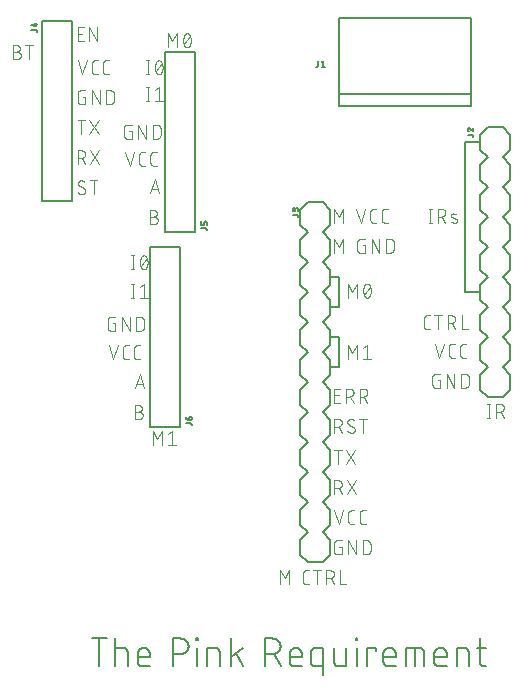
<source format=gbr>
G04 EAGLE Gerber RS-274X export*
G75*
%MOMM*%
%FSLAX34Y34*%
%LPD*%
%INSilkscreen Top*%
%IPPOS*%
%AMOC8*
5,1,8,0,0,1.08239X$1,22.5*%
G01*
%ADD10C,0.101600*%
%ADD11C,0.203200*%
%ADD12C,0.127000*%


D10*
X95871Y631698D02*
X90678Y631698D01*
X90678Y643382D01*
X95871Y643382D01*
X94573Y638189D02*
X90678Y638189D01*
X100561Y643382D02*
X100561Y631698D01*
X107053Y631698D02*
X100561Y643382D01*
X107053Y643382D02*
X107053Y631698D01*
X90678Y615442D02*
X94573Y603758D01*
X98467Y615442D01*
X105320Y603758D02*
X107917Y603758D01*
X105320Y603758D02*
X105221Y603760D01*
X105121Y603766D01*
X105022Y603775D01*
X104924Y603788D01*
X104826Y603805D01*
X104728Y603826D01*
X104632Y603851D01*
X104537Y603879D01*
X104443Y603911D01*
X104350Y603946D01*
X104258Y603985D01*
X104168Y604028D01*
X104080Y604073D01*
X103993Y604123D01*
X103909Y604175D01*
X103826Y604231D01*
X103746Y604289D01*
X103668Y604351D01*
X103593Y604416D01*
X103520Y604484D01*
X103450Y604554D01*
X103382Y604627D01*
X103317Y604702D01*
X103255Y604780D01*
X103197Y604860D01*
X103141Y604943D01*
X103089Y605027D01*
X103039Y605114D01*
X102994Y605202D01*
X102951Y605292D01*
X102912Y605384D01*
X102877Y605477D01*
X102845Y605571D01*
X102817Y605666D01*
X102792Y605762D01*
X102771Y605860D01*
X102754Y605958D01*
X102741Y606056D01*
X102732Y606155D01*
X102726Y606255D01*
X102724Y606354D01*
X102724Y612846D01*
X102726Y612945D01*
X102732Y613045D01*
X102741Y613144D01*
X102754Y613242D01*
X102771Y613340D01*
X102792Y613438D01*
X102817Y613534D01*
X102845Y613629D01*
X102877Y613723D01*
X102912Y613816D01*
X102951Y613908D01*
X102994Y613998D01*
X103039Y614086D01*
X103089Y614173D01*
X103141Y614257D01*
X103197Y614340D01*
X103255Y614420D01*
X103317Y614498D01*
X103382Y614573D01*
X103450Y614646D01*
X103520Y614716D01*
X103593Y614784D01*
X103668Y614849D01*
X103746Y614911D01*
X103826Y614969D01*
X103909Y615025D01*
X103993Y615077D01*
X104080Y615127D01*
X104168Y615172D01*
X104258Y615215D01*
X104350Y615254D01*
X104442Y615289D01*
X104537Y615321D01*
X104632Y615349D01*
X104728Y615374D01*
X104826Y615395D01*
X104924Y615412D01*
X105022Y615425D01*
X105121Y615434D01*
X105221Y615440D01*
X105320Y615442D01*
X107917Y615442D01*
X114845Y603758D02*
X117442Y603758D01*
X114845Y603758D02*
X114746Y603760D01*
X114646Y603766D01*
X114547Y603775D01*
X114449Y603788D01*
X114351Y603805D01*
X114253Y603826D01*
X114157Y603851D01*
X114062Y603879D01*
X113968Y603911D01*
X113875Y603946D01*
X113783Y603985D01*
X113693Y604028D01*
X113605Y604073D01*
X113518Y604123D01*
X113434Y604175D01*
X113351Y604231D01*
X113271Y604289D01*
X113193Y604351D01*
X113118Y604416D01*
X113045Y604484D01*
X112975Y604554D01*
X112907Y604627D01*
X112842Y604702D01*
X112780Y604780D01*
X112722Y604860D01*
X112666Y604943D01*
X112614Y605027D01*
X112564Y605114D01*
X112519Y605202D01*
X112476Y605292D01*
X112437Y605384D01*
X112402Y605477D01*
X112370Y605571D01*
X112342Y605666D01*
X112317Y605762D01*
X112296Y605860D01*
X112279Y605958D01*
X112266Y606056D01*
X112257Y606155D01*
X112251Y606255D01*
X112249Y606354D01*
X112249Y612846D01*
X112251Y612945D01*
X112257Y613045D01*
X112266Y613144D01*
X112279Y613242D01*
X112296Y613340D01*
X112317Y613438D01*
X112342Y613534D01*
X112370Y613629D01*
X112402Y613723D01*
X112437Y613816D01*
X112476Y613908D01*
X112519Y613998D01*
X112564Y614086D01*
X112614Y614173D01*
X112666Y614257D01*
X112722Y614340D01*
X112780Y614420D01*
X112842Y614498D01*
X112907Y614573D01*
X112975Y614646D01*
X113045Y614716D01*
X113118Y614784D01*
X113193Y614849D01*
X113271Y614911D01*
X113351Y614969D01*
X113434Y615025D01*
X113518Y615077D01*
X113605Y615127D01*
X113693Y615172D01*
X113783Y615215D01*
X113875Y615254D01*
X113967Y615289D01*
X114062Y615321D01*
X114157Y615349D01*
X114253Y615374D01*
X114351Y615395D01*
X114449Y615412D01*
X114547Y615425D01*
X114646Y615434D01*
X114746Y615440D01*
X114845Y615442D01*
X117442Y615442D01*
X130831Y537972D02*
X134726Y526288D01*
X138620Y537972D01*
X145473Y526288D02*
X148070Y526288D01*
X145473Y526288D02*
X145374Y526290D01*
X145274Y526296D01*
X145175Y526305D01*
X145077Y526318D01*
X144979Y526335D01*
X144881Y526356D01*
X144785Y526381D01*
X144690Y526409D01*
X144596Y526441D01*
X144503Y526476D01*
X144411Y526515D01*
X144321Y526558D01*
X144233Y526603D01*
X144146Y526653D01*
X144062Y526705D01*
X143979Y526761D01*
X143899Y526819D01*
X143821Y526881D01*
X143746Y526946D01*
X143673Y527014D01*
X143603Y527084D01*
X143535Y527157D01*
X143470Y527232D01*
X143408Y527310D01*
X143350Y527390D01*
X143294Y527473D01*
X143242Y527557D01*
X143192Y527644D01*
X143147Y527732D01*
X143104Y527822D01*
X143065Y527914D01*
X143030Y528007D01*
X142998Y528101D01*
X142970Y528196D01*
X142945Y528292D01*
X142924Y528390D01*
X142907Y528488D01*
X142894Y528586D01*
X142885Y528685D01*
X142879Y528785D01*
X142877Y528884D01*
X142877Y535376D01*
X142879Y535475D01*
X142885Y535575D01*
X142894Y535674D01*
X142907Y535772D01*
X142924Y535870D01*
X142945Y535968D01*
X142970Y536064D01*
X142998Y536159D01*
X143030Y536253D01*
X143065Y536346D01*
X143104Y536438D01*
X143147Y536528D01*
X143192Y536616D01*
X143242Y536703D01*
X143294Y536787D01*
X143350Y536870D01*
X143408Y536950D01*
X143470Y537028D01*
X143535Y537103D01*
X143603Y537176D01*
X143673Y537246D01*
X143746Y537314D01*
X143821Y537379D01*
X143899Y537441D01*
X143979Y537499D01*
X144062Y537555D01*
X144146Y537607D01*
X144233Y537657D01*
X144321Y537702D01*
X144411Y537745D01*
X144503Y537784D01*
X144595Y537819D01*
X144690Y537851D01*
X144785Y537879D01*
X144881Y537904D01*
X144979Y537925D01*
X145077Y537942D01*
X145175Y537955D01*
X145274Y537964D01*
X145374Y537970D01*
X145473Y537972D01*
X148070Y537972D01*
X154998Y526288D02*
X157595Y526288D01*
X154998Y526288D02*
X154899Y526290D01*
X154799Y526296D01*
X154700Y526305D01*
X154602Y526318D01*
X154504Y526335D01*
X154406Y526356D01*
X154310Y526381D01*
X154215Y526409D01*
X154121Y526441D01*
X154028Y526476D01*
X153936Y526515D01*
X153846Y526558D01*
X153758Y526603D01*
X153671Y526653D01*
X153587Y526705D01*
X153504Y526761D01*
X153424Y526819D01*
X153346Y526881D01*
X153271Y526946D01*
X153198Y527014D01*
X153128Y527084D01*
X153060Y527157D01*
X152995Y527232D01*
X152933Y527310D01*
X152875Y527390D01*
X152819Y527473D01*
X152767Y527557D01*
X152717Y527644D01*
X152672Y527732D01*
X152629Y527822D01*
X152590Y527914D01*
X152555Y528007D01*
X152523Y528101D01*
X152495Y528196D01*
X152470Y528292D01*
X152449Y528390D01*
X152432Y528488D01*
X152419Y528586D01*
X152410Y528685D01*
X152404Y528785D01*
X152402Y528884D01*
X152402Y535376D01*
X152404Y535475D01*
X152410Y535575D01*
X152419Y535674D01*
X152432Y535772D01*
X152449Y535870D01*
X152470Y535968D01*
X152495Y536064D01*
X152523Y536159D01*
X152555Y536253D01*
X152590Y536346D01*
X152629Y536438D01*
X152672Y536528D01*
X152717Y536616D01*
X152767Y536703D01*
X152819Y536787D01*
X152875Y536870D01*
X152933Y536950D01*
X152995Y537028D01*
X153060Y537103D01*
X153128Y537176D01*
X153198Y537246D01*
X153271Y537314D01*
X153346Y537379D01*
X153424Y537441D01*
X153504Y537499D01*
X153587Y537555D01*
X153671Y537607D01*
X153758Y537657D01*
X153846Y537702D01*
X153936Y537745D01*
X154028Y537784D01*
X154120Y537819D01*
X154215Y537851D01*
X154310Y537879D01*
X154406Y537904D01*
X154504Y537925D01*
X154602Y537942D01*
X154700Y537955D01*
X154799Y537964D01*
X154899Y537970D01*
X154998Y537972D01*
X157595Y537972D01*
X116861Y374142D02*
X120756Y362458D01*
X124650Y374142D01*
X131503Y362458D02*
X134100Y362458D01*
X131503Y362458D02*
X131404Y362460D01*
X131304Y362466D01*
X131205Y362475D01*
X131107Y362488D01*
X131009Y362505D01*
X130911Y362526D01*
X130815Y362551D01*
X130720Y362579D01*
X130626Y362611D01*
X130533Y362646D01*
X130441Y362685D01*
X130351Y362728D01*
X130263Y362773D01*
X130176Y362823D01*
X130092Y362875D01*
X130009Y362931D01*
X129929Y362989D01*
X129851Y363051D01*
X129776Y363116D01*
X129703Y363184D01*
X129633Y363254D01*
X129565Y363327D01*
X129500Y363402D01*
X129438Y363480D01*
X129380Y363560D01*
X129324Y363643D01*
X129272Y363727D01*
X129222Y363814D01*
X129177Y363902D01*
X129134Y363992D01*
X129095Y364084D01*
X129060Y364177D01*
X129028Y364271D01*
X129000Y364366D01*
X128975Y364462D01*
X128954Y364560D01*
X128937Y364658D01*
X128924Y364756D01*
X128915Y364855D01*
X128909Y364955D01*
X128907Y365054D01*
X128907Y371546D01*
X128909Y371645D01*
X128915Y371745D01*
X128924Y371844D01*
X128937Y371942D01*
X128954Y372040D01*
X128975Y372138D01*
X129000Y372234D01*
X129028Y372329D01*
X129060Y372423D01*
X129095Y372516D01*
X129134Y372608D01*
X129177Y372698D01*
X129222Y372786D01*
X129272Y372873D01*
X129324Y372957D01*
X129380Y373040D01*
X129438Y373120D01*
X129500Y373198D01*
X129565Y373273D01*
X129633Y373346D01*
X129703Y373416D01*
X129776Y373484D01*
X129851Y373549D01*
X129929Y373611D01*
X130009Y373669D01*
X130092Y373725D01*
X130176Y373777D01*
X130263Y373827D01*
X130351Y373872D01*
X130441Y373915D01*
X130533Y373954D01*
X130625Y373989D01*
X130720Y374021D01*
X130815Y374049D01*
X130911Y374074D01*
X131009Y374095D01*
X131107Y374112D01*
X131205Y374125D01*
X131304Y374134D01*
X131404Y374140D01*
X131503Y374142D01*
X134100Y374142D01*
X141028Y362458D02*
X143625Y362458D01*
X141028Y362458D02*
X140929Y362460D01*
X140829Y362466D01*
X140730Y362475D01*
X140632Y362488D01*
X140534Y362505D01*
X140436Y362526D01*
X140340Y362551D01*
X140245Y362579D01*
X140151Y362611D01*
X140058Y362646D01*
X139966Y362685D01*
X139876Y362728D01*
X139788Y362773D01*
X139701Y362823D01*
X139617Y362875D01*
X139534Y362931D01*
X139454Y362989D01*
X139376Y363051D01*
X139301Y363116D01*
X139228Y363184D01*
X139158Y363254D01*
X139090Y363327D01*
X139025Y363402D01*
X138963Y363480D01*
X138905Y363560D01*
X138849Y363643D01*
X138797Y363727D01*
X138747Y363814D01*
X138702Y363902D01*
X138659Y363992D01*
X138620Y364084D01*
X138585Y364177D01*
X138553Y364271D01*
X138525Y364366D01*
X138500Y364462D01*
X138479Y364560D01*
X138462Y364658D01*
X138449Y364756D01*
X138440Y364855D01*
X138434Y364955D01*
X138432Y365054D01*
X138432Y371546D01*
X138434Y371645D01*
X138440Y371745D01*
X138449Y371844D01*
X138462Y371942D01*
X138479Y372040D01*
X138500Y372138D01*
X138525Y372234D01*
X138553Y372329D01*
X138585Y372423D01*
X138620Y372516D01*
X138659Y372608D01*
X138702Y372698D01*
X138747Y372786D01*
X138797Y372873D01*
X138849Y372957D01*
X138905Y373040D01*
X138963Y373120D01*
X139025Y373198D01*
X139090Y373273D01*
X139158Y373346D01*
X139228Y373416D01*
X139301Y373484D01*
X139376Y373549D01*
X139454Y373611D01*
X139534Y373669D01*
X139617Y373725D01*
X139701Y373777D01*
X139788Y373827D01*
X139876Y373872D01*
X139966Y373915D01*
X140058Y373954D01*
X140150Y373989D01*
X140245Y374021D01*
X140340Y374049D01*
X140436Y374074D01*
X140534Y374095D01*
X140632Y374112D01*
X140730Y374125D01*
X140829Y374134D01*
X140929Y374140D01*
X141028Y374142D01*
X143625Y374142D01*
X307848Y234442D02*
X311743Y222758D01*
X315637Y234442D01*
X322490Y222758D02*
X325087Y222758D01*
X322490Y222758D02*
X322391Y222760D01*
X322291Y222766D01*
X322192Y222775D01*
X322094Y222788D01*
X321996Y222805D01*
X321898Y222826D01*
X321802Y222851D01*
X321707Y222879D01*
X321613Y222911D01*
X321520Y222946D01*
X321428Y222985D01*
X321338Y223028D01*
X321250Y223073D01*
X321163Y223123D01*
X321079Y223175D01*
X320996Y223231D01*
X320916Y223289D01*
X320838Y223351D01*
X320763Y223416D01*
X320690Y223484D01*
X320620Y223554D01*
X320552Y223627D01*
X320487Y223702D01*
X320425Y223780D01*
X320367Y223860D01*
X320311Y223943D01*
X320259Y224027D01*
X320209Y224114D01*
X320164Y224202D01*
X320121Y224292D01*
X320082Y224384D01*
X320047Y224477D01*
X320015Y224571D01*
X319987Y224666D01*
X319962Y224762D01*
X319941Y224860D01*
X319924Y224958D01*
X319911Y225056D01*
X319902Y225155D01*
X319896Y225255D01*
X319894Y225354D01*
X319894Y231846D01*
X319896Y231945D01*
X319902Y232045D01*
X319911Y232144D01*
X319924Y232242D01*
X319941Y232340D01*
X319962Y232438D01*
X319987Y232534D01*
X320015Y232629D01*
X320047Y232723D01*
X320082Y232816D01*
X320121Y232908D01*
X320164Y232998D01*
X320209Y233086D01*
X320259Y233173D01*
X320311Y233257D01*
X320367Y233340D01*
X320425Y233420D01*
X320487Y233498D01*
X320552Y233573D01*
X320620Y233646D01*
X320690Y233716D01*
X320763Y233784D01*
X320838Y233849D01*
X320916Y233911D01*
X320996Y233969D01*
X321079Y234025D01*
X321163Y234077D01*
X321250Y234127D01*
X321338Y234172D01*
X321428Y234215D01*
X321520Y234254D01*
X321612Y234289D01*
X321707Y234321D01*
X321802Y234349D01*
X321898Y234374D01*
X321996Y234395D01*
X322094Y234412D01*
X322192Y234425D01*
X322291Y234434D01*
X322391Y234440D01*
X322490Y234442D01*
X325087Y234442D01*
X332015Y222758D02*
X334612Y222758D01*
X332015Y222758D02*
X331916Y222760D01*
X331816Y222766D01*
X331717Y222775D01*
X331619Y222788D01*
X331521Y222805D01*
X331423Y222826D01*
X331327Y222851D01*
X331232Y222879D01*
X331138Y222911D01*
X331045Y222946D01*
X330953Y222985D01*
X330863Y223028D01*
X330775Y223073D01*
X330688Y223123D01*
X330604Y223175D01*
X330521Y223231D01*
X330441Y223289D01*
X330363Y223351D01*
X330288Y223416D01*
X330215Y223484D01*
X330145Y223554D01*
X330077Y223627D01*
X330012Y223702D01*
X329950Y223780D01*
X329892Y223860D01*
X329836Y223943D01*
X329784Y224027D01*
X329734Y224114D01*
X329689Y224202D01*
X329646Y224292D01*
X329607Y224384D01*
X329572Y224477D01*
X329540Y224571D01*
X329512Y224666D01*
X329487Y224762D01*
X329466Y224860D01*
X329449Y224958D01*
X329436Y225056D01*
X329427Y225155D01*
X329421Y225255D01*
X329419Y225354D01*
X329419Y231846D01*
X329421Y231945D01*
X329427Y232045D01*
X329436Y232144D01*
X329449Y232242D01*
X329466Y232340D01*
X329487Y232438D01*
X329512Y232534D01*
X329540Y232629D01*
X329572Y232723D01*
X329607Y232816D01*
X329646Y232908D01*
X329689Y232998D01*
X329734Y233086D01*
X329784Y233173D01*
X329836Y233257D01*
X329892Y233340D01*
X329950Y233420D01*
X330012Y233498D01*
X330077Y233573D01*
X330145Y233646D01*
X330215Y233716D01*
X330288Y233784D01*
X330363Y233849D01*
X330441Y233911D01*
X330521Y233969D01*
X330604Y234025D01*
X330688Y234077D01*
X330775Y234127D01*
X330863Y234172D01*
X330953Y234215D01*
X331045Y234254D01*
X331137Y234289D01*
X331232Y234321D01*
X331327Y234349D01*
X331423Y234374D01*
X331521Y234395D01*
X331619Y234412D01*
X331717Y234425D01*
X331816Y234434D01*
X331916Y234440D01*
X332015Y234442D01*
X334612Y234442D01*
X397047Y363728D02*
X393152Y375412D01*
X400942Y375412D02*
X397047Y363728D01*
X407795Y363728D02*
X410391Y363728D01*
X407795Y363728D02*
X407696Y363730D01*
X407596Y363736D01*
X407497Y363745D01*
X407399Y363758D01*
X407301Y363775D01*
X407203Y363796D01*
X407107Y363821D01*
X407012Y363849D01*
X406918Y363881D01*
X406825Y363916D01*
X406733Y363955D01*
X406643Y363998D01*
X406555Y364043D01*
X406468Y364093D01*
X406384Y364145D01*
X406301Y364201D01*
X406221Y364259D01*
X406143Y364321D01*
X406068Y364386D01*
X405995Y364454D01*
X405925Y364524D01*
X405857Y364597D01*
X405792Y364672D01*
X405730Y364750D01*
X405672Y364830D01*
X405616Y364913D01*
X405564Y364997D01*
X405514Y365084D01*
X405469Y365172D01*
X405426Y365262D01*
X405387Y365354D01*
X405352Y365447D01*
X405320Y365541D01*
X405292Y365636D01*
X405267Y365732D01*
X405246Y365830D01*
X405229Y365928D01*
X405216Y366026D01*
X405207Y366125D01*
X405201Y366225D01*
X405199Y366324D01*
X405198Y366324D02*
X405198Y372816D01*
X405199Y372816D02*
X405201Y372915D01*
X405207Y373015D01*
X405216Y373114D01*
X405229Y373212D01*
X405246Y373310D01*
X405267Y373408D01*
X405292Y373504D01*
X405320Y373599D01*
X405352Y373693D01*
X405387Y373786D01*
X405426Y373878D01*
X405469Y373968D01*
X405514Y374056D01*
X405564Y374143D01*
X405616Y374227D01*
X405672Y374310D01*
X405730Y374390D01*
X405792Y374468D01*
X405857Y374543D01*
X405925Y374616D01*
X405995Y374686D01*
X406068Y374754D01*
X406143Y374819D01*
X406221Y374881D01*
X406301Y374939D01*
X406384Y374995D01*
X406468Y375047D01*
X406555Y375097D01*
X406643Y375142D01*
X406733Y375185D01*
X406825Y375224D01*
X406917Y375259D01*
X407012Y375291D01*
X407107Y375319D01*
X407203Y375344D01*
X407301Y375365D01*
X407399Y375382D01*
X407497Y375395D01*
X407596Y375404D01*
X407696Y375410D01*
X407795Y375412D01*
X410391Y375412D01*
X417320Y363728D02*
X419916Y363728D01*
X417320Y363728D02*
X417221Y363730D01*
X417121Y363736D01*
X417022Y363745D01*
X416924Y363758D01*
X416826Y363775D01*
X416728Y363796D01*
X416632Y363821D01*
X416537Y363849D01*
X416443Y363881D01*
X416350Y363916D01*
X416258Y363955D01*
X416168Y363998D01*
X416080Y364043D01*
X415993Y364093D01*
X415909Y364145D01*
X415826Y364201D01*
X415746Y364259D01*
X415668Y364321D01*
X415593Y364386D01*
X415520Y364454D01*
X415450Y364524D01*
X415382Y364597D01*
X415317Y364672D01*
X415255Y364750D01*
X415197Y364830D01*
X415141Y364913D01*
X415089Y364997D01*
X415039Y365084D01*
X414994Y365172D01*
X414951Y365262D01*
X414912Y365354D01*
X414877Y365447D01*
X414845Y365541D01*
X414817Y365636D01*
X414792Y365732D01*
X414771Y365830D01*
X414754Y365928D01*
X414741Y366026D01*
X414732Y366125D01*
X414726Y366225D01*
X414724Y366324D01*
X414723Y366324D02*
X414723Y372816D01*
X414724Y372816D02*
X414726Y372915D01*
X414732Y373015D01*
X414741Y373114D01*
X414754Y373212D01*
X414771Y373310D01*
X414792Y373408D01*
X414817Y373504D01*
X414845Y373599D01*
X414877Y373693D01*
X414912Y373786D01*
X414951Y373878D01*
X414994Y373968D01*
X415039Y374056D01*
X415089Y374143D01*
X415141Y374227D01*
X415197Y374310D01*
X415255Y374390D01*
X415317Y374468D01*
X415382Y374543D01*
X415450Y374616D01*
X415520Y374686D01*
X415593Y374754D01*
X415668Y374819D01*
X415746Y374881D01*
X415826Y374939D01*
X415909Y374995D01*
X415993Y375047D01*
X416080Y375097D01*
X416168Y375142D01*
X416258Y375185D01*
X416350Y375224D01*
X416442Y375259D01*
X416537Y375291D01*
X416632Y375319D01*
X416728Y375344D01*
X416826Y375365D01*
X416924Y375382D01*
X417022Y375395D01*
X417121Y375404D01*
X417221Y375410D01*
X417320Y375412D01*
X419916Y375412D01*
X397591Y344819D02*
X395643Y344819D01*
X397591Y344819D02*
X397591Y338328D01*
X393696Y338328D01*
X393597Y338330D01*
X393497Y338336D01*
X393398Y338345D01*
X393300Y338358D01*
X393202Y338375D01*
X393104Y338396D01*
X393008Y338421D01*
X392913Y338449D01*
X392819Y338481D01*
X392726Y338516D01*
X392634Y338555D01*
X392544Y338598D01*
X392456Y338643D01*
X392369Y338693D01*
X392285Y338745D01*
X392202Y338801D01*
X392122Y338859D01*
X392044Y338921D01*
X391969Y338986D01*
X391896Y339054D01*
X391826Y339124D01*
X391758Y339197D01*
X391693Y339272D01*
X391631Y339350D01*
X391573Y339430D01*
X391517Y339513D01*
X391465Y339597D01*
X391415Y339684D01*
X391370Y339772D01*
X391327Y339862D01*
X391288Y339954D01*
X391253Y340047D01*
X391221Y340141D01*
X391193Y340236D01*
X391168Y340332D01*
X391147Y340430D01*
X391130Y340528D01*
X391117Y340626D01*
X391108Y340725D01*
X391102Y340825D01*
X391100Y340924D01*
X391099Y340924D02*
X391099Y347416D01*
X391100Y347416D02*
X391102Y347515D01*
X391108Y347615D01*
X391117Y347714D01*
X391130Y347812D01*
X391147Y347910D01*
X391168Y348008D01*
X391193Y348104D01*
X391221Y348199D01*
X391253Y348293D01*
X391288Y348386D01*
X391327Y348478D01*
X391370Y348568D01*
X391415Y348656D01*
X391465Y348743D01*
X391517Y348827D01*
X391573Y348910D01*
X391631Y348990D01*
X391693Y349068D01*
X391758Y349143D01*
X391826Y349216D01*
X391896Y349286D01*
X391969Y349354D01*
X392044Y349419D01*
X392122Y349481D01*
X392202Y349539D01*
X392285Y349595D01*
X392369Y349647D01*
X392456Y349697D01*
X392544Y349742D01*
X392634Y349785D01*
X392726Y349824D01*
X392818Y349859D01*
X392913Y349891D01*
X393008Y349919D01*
X393104Y349944D01*
X393202Y349965D01*
X393300Y349982D01*
X393398Y349995D01*
X393497Y350004D01*
X393597Y350010D01*
X393696Y350012D01*
X397591Y350012D01*
X403291Y350012D02*
X403291Y338328D01*
X409783Y338328D02*
X403291Y350012D01*
X409783Y350012D02*
X409783Y338328D01*
X415483Y338328D02*
X415483Y350012D01*
X418729Y350012D01*
X418842Y350010D01*
X418955Y350004D01*
X419068Y349994D01*
X419181Y349980D01*
X419293Y349963D01*
X419404Y349941D01*
X419514Y349916D01*
X419624Y349886D01*
X419732Y349853D01*
X419839Y349816D01*
X419945Y349776D01*
X420049Y349731D01*
X420152Y349683D01*
X420253Y349632D01*
X420352Y349577D01*
X420449Y349519D01*
X420544Y349457D01*
X420637Y349392D01*
X420727Y349324D01*
X420815Y349253D01*
X420901Y349178D01*
X420984Y349101D01*
X421064Y349021D01*
X421141Y348938D01*
X421216Y348852D01*
X421287Y348764D01*
X421355Y348674D01*
X421420Y348581D01*
X421482Y348486D01*
X421540Y348389D01*
X421595Y348290D01*
X421646Y348189D01*
X421694Y348086D01*
X421739Y347982D01*
X421779Y347876D01*
X421816Y347769D01*
X421849Y347661D01*
X421879Y347551D01*
X421904Y347441D01*
X421926Y347330D01*
X421943Y347218D01*
X421957Y347105D01*
X421967Y346992D01*
X421973Y346879D01*
X421975Y346766D01*
X421974Y346766D02*
X421974Y341574D01*
X421975Y341574D02*
X421973Y341461D01*
X421967Y341348D01*
X421957Y341235D01*
X421943Y341122D01*
X421926Y341010D01*
X421904Y340899D01*
X421879Y340789D01*
X421849Y340679D01*
X421816Y340571D01*
X421779Y340464D01*
X421739Y340358D01*
X421694Y340254D01*
X421646Y340151D01*
X421595Y340050D01*
X421540Y339951D01*
X421482Y339854D01*
X421420Y339759D01*
X421355Y339666D01*
X421287Y339576D01*
X421216Y339488D01*
X421141Y339402D01*
X421064Y339319D01*
X420984Y339239D01*
X420901Y339162D01*
X420815Y339087D01*
X420727Y339016D01*
X420637Y338948D01*
X420544Y338883D01*
X420449Y338821D01*
X420352Y338763D01*
X420253Y338708D01*
X420152Y338657D01*
X420049Y338609D01*
X419945Y338564D01*
X419839Y338524D01*
X419732Y338487D01*
X419624Y338454D01*
X419514Y338424D01*
X419404Y338399D01*
X419293Y338377D01*
X419181Y338360D01*
X419068Y338346D01*
X418955Y338336D01*
X418842Y338330D01*
X418729Y338328D01*
X415483Y338328D01*
X314339Y203849D02*
X312392Y203849D01*
X314339Y203849D02*
X314339Y197358D01*
X310444Y197358D01*
X310345Y197360D01*
X310245Y197366D01*
X310146Y197375D01*
X310048Y197388D01*
X309950Y197405D01*
X309852Y197426D01*
X309756Y197451D01*
X309661Y197479D01*
X309567Y197511D01*
X309474Y197546D01*
X309382Y197585D01*
X309292Y197628D01*
X309204Y197673D01*
X309117Y197723D01*
X309033Y197775D01*
X308950Y197831D01*
X308870Y197889D01*
X308792Y197951D01*
X308717Y198016D01*
X308644Y198084D01*
X308574Y198154D01*
X308506Y198227D01*
X308441Y198302D01*
X308379Y198380D01*
X308321Y198460D01*
X308265Y198543D01*
X308213Y198627D01*
X308163Y198714D01*
X308118Y198802D01*
X308075Y198892D01*
X308036Y198984D01*
X308001Y199077D01*
X307969Y199171D01*
X307941Y199266D01*
X307916Y199362D01*
X307895Y199460D01*
X307878Y199558D01*
X307865Y199656D01*
X307856Y199755D01*
X307850Y199855D01*
X307848Y199954D01*
X307848Y206446D01*
X307850Y206545D01*
X307856Y206645D01*
X307865Y206744D01*
X307878Y206842D01*
X307895Y206940D01*
X307916Y207038D01*
X307941Y207134D01*
X307969Y207229D01*
X308001Y207323D01*
X308036Y207416D01*
X308075Y207508D01*
X308118Y207598D01*
X308163Y207686D01*
X308213Y207773D01*
X308265Y207857D01*
X308321Y207940D01*
X308379Y208020D01*
X308441Y208098D01*
X308506Y208173D01*
X308574Y208246D01*
X308644Y208316D01*
X308717Y208384D01*
X308792Y208449D01*
X308870Y208511D01*
X308950Y208569D01*
X309033Y208625D01*
X309117Y208677D01*
X309204Y208727D01*
X309292Y208772D01*
X309382Y208815D01*
X309474Y208854D01*
X309566Y208889D01*
X309661Y208921D01*
X309756Y208949D01*
X309852Y208974D01*
X309950Y208995D01*
X310048Y209012D01*
X310146Y209025D01*
X310245Y209034D01*
X310345Y209040D01*
X310444Y209042D01*
X314339Y209042D01*
X320040Y209042D02*
X320040Y197358D01*
X326531Y197358D02*
X320040Y209042D01*
X326531Y209042D02*
X326531Y197358D01*
X332232Y197358D02*
X332232Y209042D01*
X335477Y209042D01*
X335590Y209040D01*
X335703Y209034D01*
X335816Y209024D01*
X335929Y209010D01*
X336041Y208993D01*
X336152Y208971D01*
X336262Y208946D01*
X336372Y208916D01*
X336480Y208883D01*
X336587Y208846D01*
X336693Y208806D01*
X336797Y208761D01*
X336900Y208713D01*
X337001Y208662D01*
X337100Y208607D01*
X337197Y208549D01*
X337292Y208487D01*
X337385Y208422D01*
X337475Y208354D01*
X337563Y208283D01*
X337649Y208208D01*
X337732Y208131D01*
X337812Y208051D01*
X337889Y207968D01*
X337964Y207882D01*
X338035Y207794D01*
X338103Y207704D01*
X338168Y207611D01*
X338230Y207516D01*
X338288Y207419D01*
X338343Y207320D01*
X338394Y207219D01*
X338442Y207116D01*
X338487Y207012D01*
X338527Y206906D01*
X338564Y206799D01*
X338597Y206691D01*
X338627Y206581D01*
X338652Y206471D01*
X338674Y206360D01*
X338691Y206248D01*
X338705Y206135D01*
X338715Y206022D01*
X338721Y205909D01*
X338723Y205796D01*
X338723Y200604D01*
X338724Y200604D02*
X338722Y200491D01*
X338716Y200378D01*
X338706Y200265D01*
X338692Y200152D01*
X338675Y200040D01*
X338653Y199929D01*
X338628Y199819D01*
X338598Y199709D01*
X338565Y199601D01*
X338528Y199494D01*
X338488Y199388D01*
X338443Y199284D01*
X338395Y199181D01*
X338344Y199080D01*
X338289Y198981D01*
X338231Y198884D01*
X338169Y198789D01*
X338104Y198696D01*
X338036Y198606D01*
X337965Y198518D01*
X337890Y198432D01*
X337813Y198349D01*
X337733Y198269D01*
X337650Y198192D01*
X337564Y198117D01*
X337476Y198046D01*
X337386Y197978D01*
X337293Y197913D01*
X337198Y197851D01*
X337101Y197793D01*
X337002Y197738D01*
X336901Y197687D01*
X336798Y197639D01*
X336694Y197594D01*
X336588Y197554D01*
X336481Y197517D01*
X336373Y197484D01*
X336263Y197454D01*
X336153Y197429D01*
X336042Y197407D01*
X335930Y197390D01*
X335817Y197376D01*
X335704Y197366D01*
X335591Y197360D01*
X335478Y197358D01*
X335477Y197358D02*
X332232Y197358D01*
X122569Y393079D02*
X120622Y393079D01*
X122569Y393079D02*
X122569Y386588D01*
X118674Y386588D01*
X118575Y386590D01*
X118475Y386596D01*
X118376Y386605D01*
X118278Y386618D01*
X118180Y386635D01*
X118082Y386656D01*
X117986Y386681D01*
X117891Y386709D01*
X117797Y386741D01*
X117704Y386776D01*
X117612Y386815D01*
X117522Y386858D01*
X117434Y386903D01*
X117347Y386953D01*
X117263Y387005D01*
X117180Y387061D01*
X117100Y387119D01*
X117022Y387181D01*
X116947Y387246D01*
X116874Y387314D01*
X116804Y387384D01*
X116736Y387457D01*
X116671Y387532D01*
X116609Y387610D01*
X116551Y387690D01*
X116495Y387773D01*
X116443Y387857D01*
X116393Y387944D01*
X116348Y388032D01*
X116305Y388122D01*
X116266Y388214D01*
X116231Y388307D01*
X116199Y388401D01*
X116171Y388496D01*
X116146Y388592D01*
X116125Y388690D01*
X116108Y388788D01*
X116095Y388886D01*
X116086Y388985D01*
X116080Y389085D01*
X116078Y389184D01*
X116078Y395676D01*
X116080Y395775D01*
X116086Y395875D01*
X116095Y395974D01*
X116108Y396072D01*
X116125Y396170D01*
X116146Y396268D01*
X116171Y396364D01*
X116199Y396459D01*
X116231Y396553D01*
X116266Y396646D01*
X116305Y396738D01*
X116348Y396828D01*
X116393Y396916D01*
X116443Y397003D01*
X116495Y397087D01*
X116551Y397170D01*
X116609Y397250D01*
X116671Y397328D01*
X116736Y397403D01*
X116804Y397476D01*
X116874Y397546D01*
X116947Y397614D01*
X117022Y397679D01*
X117100Y397741D01*
X117180Y397799D01*
X117263Y397855D01*
X117347Y397907D01*
X117434Y397957D01*
X117522Y398002D01*
X117612Y398045D01*
X117704Y398084D01*
X117796Y398119D01*
X117891Y398151D01*
X117986Y398179D01*
X118082Y398204D01*
X118180Y398225D01*
X118278Y398242D01*
X118376Y398255D01*
X118475Y398264D01*
X118575Y398270D01*
X118674Y398272D01*
X122569Y398272D01*
X128270Y398272D02*
X128270Y386588D01*
X134761Y386588D02*
X128270Y398272D01*
X134761Y398272D02*
X134761Y386588D01*
X140462Y386588D02*
X140462Y398272D01*
X143707Y398272D01*
X143820Y398270D01*
X143933Y398264D01*
X144046Y398254D01*
X144159Y398240D01*
X144271Y398223D01*
X144382Y398201D01*
X144492Y398176D01*
X144602Y398146D01*
X144710Y398113D01*
X144817Y398076D01*
X144923Y398036D01*
X145027Y397991D01*
X145130Y397943D01*
X145231Y397892D01*
X145330Y397837D01*
X145427Y397779D01*
X145522Y397717D01*
X145615Y397652D01*
X145705Y397584D01*
X145793Y397513D01*
X145879Y397438D01*
X145962Y397361D01*
X146042Y397281D01*
X146119Y397198D01*
X146194Y397112D01*
X146265Y397024D01*
X146333Y396934D01*
X146398Y396841D01*
X146460Y396746D01*
X146518Y396649D01*
X146573Y396550D01*
X146624Y396449D01*
X146672Y396346D01*
X146717Y396242D01*
X146757Y396136D01*
X146794Y396029D01*
X146827Y395921D01*
X146857Y395811D01*
X146882Y395701D01*
X146904Y395590D01*
X146921Y395478D01*
X146935Y395365D01*
X146945Y395252D01*
X146951Y395139D01*
X146953Y395026D01*
X146953Y389834D01*
X146954Y389834D02*
X146952Y389721D01*
X146946Y389608D01*
X146936Y389495D01*
X146922Y389382D01*
X146905Y389270D01*
X146883Y389159D01*
X146858Y389049D01*
X146828Y388939D01*
X146795Y388831D01*
X146758Y388724D01*
X146718Y388618D01*
X146673Y388514D01*
X146625Y388411D01*
X146574Y388310D01*
X146519Y388211D01*
X146461Y388114D01*
X146399Y388019D01*
X146334Y387926D01*
X146266Y387836D01*
X146195Y387748D01*
X146120Y387662D01*
X146043Y387579D01*
X145963Y387499D01*
X145880Y387422D01*
X145794Y387347D01*
X145706Y387276D01*
X145616Y387208D01*
X145523Y387143D01*
X145428Y387081D01*
X145331Y387023D01*
X145232Y386968D01*
X145131Y386917D01*
X145028Y386869D01*
X144924Y386824D01*
X144818Y386784D01*
X144711Y386747D01*
X144603Y386714D01*
X144493Y386684D01*
X144383Y386659D01*
X144272Y386637D01*
X144160Y386620D01*
X144047Y386606D01*
X143934Y386596D01*
X143821Y386590D01*
X143708Y386588D01*
X143707Y386588D02*
X140462Y386588D01*
X136539Y555639D02*
X134592Y555639D01*
X136539Y555639D02*
X136539Y549148D01*
X132644Y549148D01*
X132545Y549150D01*
X132445Y549156D01*
X132346Y549165D01*
X132248Y549178D01*
X132150Y549195D01*
X132052Y549216D01*
X131956Y549241D01*
X131861Y549269D01*
X131767Y549301D01*
X131674Y549336D01*
X131582Y549375D01*
X131492Y549418D01*
X131404Y549463D01*
X131317Y549513D01*
X131233Y549565D01*
X131150Y549621D01*
X131070Y549679D01*
X130992Y549741D01*
X130917Y549806D01*
X130844Y549874D01*
X130774Y549944D01*
X130706Y550017D01*
X130641Y550092D01*
X130579Y550170D01*
X130521Y550250D01*
X130465Y550333D01*
X130413Y550417D01*
X130363Y550504D01*
X130318Y550592D01*
X130275Y550682D01*
X130236Y550774D01*
X130201Y550867D01*
X130169Y550961D01*
X130141Y551056D01*
X130116Y551152D01*
X130095Y551250D01*
X130078Y551348D01*
X130065Y551446D01*
X130056Y551545D01*
X130050Y551645D01*
X130048Y551744D01*
X130048Y558236D01*
X130050Y558335D01*
X130056Y558435D01*
X130065Y558534D01*
X130078Y558632D01*
X130095Y558730D01*
X130116Y558828D01*
X130141Y558924D01*
X130169Y559019D01*
X130201Y559113D01*
X130236Y559206D01*
X130275Y559298D01*
X130318Y559388D01*
X130363Y559476D01*
X130413Y559563D01*
X130465Y559647D01*
X130521Y559730D01*
X130579Y559810D01*
X130641Y559888D01*
X130706Y559963D01*
X130774Y560036D01*
X130844Y560106D01*
X130917Y560174D01*
X130992Y560239D01*
X131070Y560301D01*
X131150Y560359D01*
X131233Y560415D01*
X131317Y560467D01*
X131404Y560517D01*
X131492Y560562D01*
X131582Y560605D01*
X131674Y560644D01*
X131766Y560679D01*
X131861Y560711D01*
X131956Y560739D01*
X132052Y560764D01*
X132150Y560785D01*
X132248Y560802D01*
X132346Y560815D01*
X132445Y560824D01*
X132545Y560830D01*
X132644Y560832D01*
X136539Y560832D01*
X142240Y560832D02*
X142240Y549148D01*
X148731Y549148D02*
X142240Y560832D01*
X148731Y560832D02*
X148731Y549148D01*
X154432Y549148D02*
X154432Y560832D01*
X157677Y560832D01*
X157790Y560830D01*
X157903Y560824D01*
X158016Y560814D01*
X158129Y560800D01*
X158241Y560783D01*
X158352Y560761D01*
X158462Y560736D01*
X158572Y560706D01*
X158680Y560673D01*
X158787Y560636D01*
X158893Y560596D01*
X158997Y560551D01*
X159100Y560503D01*
X159201Y560452D01*
X159300Y560397D01*
X159397Y560339D01*
X159492Y560277D01*
X159585Y560212D01*
X159675Y560144D01*
X159763Y560073D01*
X159849Y559998D01*
X159932Y559921D01*
X160012Y559841D01*
X160089Y559758D01*
X160164Y559672D01*
X160235Y559584D01*
X160303Y559494D01*
X160368Y559401D01*
X160430Y559306D01*
X160488Y559209D01*
X160543Y559110D01*
X160594Y559009D01*
X160642Y558906D01*
X160687Y558802D01*
X160727Y558696D01*
X160764Y558589D01*
X160797Y558481D01*
X160827Y558371D01*
X160852Y558261D01*
X160874Y558150D01*
X160891Y558038D01*
X160905Y557925D01*
X160915Y557812D01*
X160921Y557699D01*
X160923Y557586D01*
X160923Y552394D01*
X160924Y552394D02*
X160922Y552281D01*
X160916Y552168D01*
X160906Y552055D01*
X160892Y551942D01*
X160875Y551830D01*
X160853Y551719D01*
X160828Y551609D01*
X160798Y551499D01*
X160765Y551391D01*
X160728Y551284D01*
X160688Y551178D01*
X160643Y551074D01*
X160595Y550971D01*
X160544Y550870D01*
X160489Y550771D01*
X160431Y550674D01*
X160369Y550579D01*
X160304Y550486D01*
X160236Y550396D01*
X160165Y550308D01*
X160090Y550222D01*
X160013Y550139D01*
X159933Y550059D01*
X159850Y549982D01*
X159764Y549907D01*
X159676Y549836D01*
X159586Y549768D01*
X159493Y549703D01*
X159398Y549641D01*
X159301Y549583D01*
X159202Y549528D01*
X159101Y549477D01*
X158998Y549429D01*
X158894Y549384D01*
X158788Y549344D01*
X158681Y549307D01*
X158573Y549274D01*
X158463Y549244D01*
X158353Y549219D01*
X158242Y549197D01*
X158130Y549180D01*
X158017Y549166D01*
X157904Y549156D01*
X157791Y549150D01*
X157678Y549148D01*
X157677Y549148D02*
X154432Y549148D01*
X97169Y584849D02*
X95222Y584849D01*
X97169Y584849D02*
X97169Y578358D01*
X93274Y578358D01*
X93175Y578360D01*
X93075Y578366D01*
X92976Y578375D01*
X92878Y578388D01*
X92780Y578405D01*
X92682Y578426D01*
X92586Y578451D01*
X92491Y578479D01*
X92397Y578511D01*
X92304Y578546D01*
X92212Y578585D01*
X92122Y578628D01*
X92034Y578673D01*
X91947Y578723D01*
X91863Y578775D01*
X91780Y578831D01*
X91700Y578889D01*
X91622Y578951D01*
X91547Y579016D01*
X91474Y579084D01*
X91404Y579154D01*
X91336Y579227D01*
X91271Y579302D01*
X91209Y579380D01*
X91151Y579460D01*
X91095Y579543D01*
X91043Y579627D01*
X90993Y579714D01*
X90948Y579802D01*
X90905Y579892D01*
X90866Y579984D01*
X90831Y580077D01*
X90799Y580171D01*
X90771Y580266D01*
X90746Y580362D01*
X90725Y580460D01*
X90708Y580558D01*
X90695Y580656D01*
X90686Y580755D01*
X90680Y580855D01*
X90678Y580954D01*
X90678Y587446D01*
X90680Y587545D01*
X90686Y587645D01*
X90695Y587744D01*
X90708Y587842D01*
X90725Y587940D01*
X90746Y588038D01*
X90771Y588134D01*
X90799Y588229D01*
X90831Y588323D01*
X90866Y588416D01*
X90905Y588508D01*
X90948Y588598D01*
X90993Y588686D01*
X91043Y588773D01*
X91095Y588857D01*
X91151Y588940D01*
X91209Y589020D01*
X91271Y589098D01*
X91336Y589173D01*
X91404Y589246D01*
X91474Y589316D01*
X91547Y589384D01*
X91622Y589449D01*
X91700Y589511D01*
X91780Y589569D01*
X91863Y589625D01*
X91947Y589677D01*
X92034Y589727D01*
X92122Y589772D01*
X92212Y589815D01*
X92304Y589854D01*
X92396Y589889D01*
X92491Y589921D01*
X92586Y589949D01*
X92682Y589974D01*
X92780Y589995D01*
X92878Y590012D01*
X92976Y590025D01*
X93075Y590034D01*
X93175Y590040D01*
X93274Y590042D01*
X97169Y590042D01*
X102870Y590042D02*
X102870Y578358D01*
X109361Y578358D02*
X102870Y590042D01*
X109361Y590042D02*
X109361Y578358D01*
X115062Y578358D02*
X115062Y590042D01*
X118307Y590042D01*
X118420Y590040D01*
X118533Y590034D01*
X118646Y590024D01*
X118759Y590010D01*
X118871Y589993D01*
X118982Y589971D01*
X119092Y589946D01*
X119202Y589916D01*
X119310Y589883D01*
X119417Y589846D01*
X119523Y589806D01*
X119627Y589761D01*
X119730Y589713D01*
X119831Y589662D01*
X119930Y589607D01*
X120027Y589549D01*
X120122Y589487D01*
X120215Y589422D01*
X120305Y589354D01*
X120393Y589283D01*
X120479Y589208D01*
X120562Y589131D01*
X120642Y589051D01*
X120719Y588968D01*
X120794Y588882D01*
X120865Y588794D01*
X120933Y588704D01*
X120998Y588611D01*
X121060Y588516D01*
X121118Y588419D01*
X121173Y588320D01*
X121224Y588219D01*
X121272Y588116D01*
X121317Y588012D01*
X121357Y587906D01*
X121394Y587799D01*
X121427Y587691D01*
X121457Y587581D01*
X121482Y587471D01*
X121504Y587360D01*
X121521Y587248D01*
X121535Y587135D01*
X121545Y587022D01*
X121551Y586909D01*
X121553Y586796D01*
X121553Y581604D01*
X121554Y581604D02*
X121552Y581491D01*
X121546Y581378D01*
X121536Y581265D01*
X121522Y581152D01*
X121505Y581040D01*
X121483Y580929D01*
X121458Y580819D01*
X121428Y580709D01*
X121395Y580601D01*
X121358Y580494D01*
X121318Y580388D01*
X121273Y580284D01*
X121225Y580181D01*
X121174Y580080D01*
X121119Y579981D01*
X121061Y579884D01*
X120999Y579789D01*
X120934Y579696D01*
X120866Y579606D01*
X120795Y579518D01*
X120720Y579432D01*
X120643Y579349D01*
X120563Y579269D01*
X120480Y579192D01*
X120394Y579117D01*
X120306Y579046D01*
X120216Y578978D01*
X120123Y578913D01*
X120028Y578851D01*
X119931Y578793D01*
X119832Y578738D01*
X119731Y578687D01*
X119628Y578639D01*
X119524Y578594D01*
X119418Y578554D01*
X119311Y578517D01*
X119203Y578484D01*
X119093Y578454D01*
X118983Y578429D01*
X118872Y578407D01*
X118760Y578390D01*
X118647Y578376D01*
X118534Y578366D01*
X118421Y578360D01*
X118308Y578358D01*
X118307Y578358D02*
X115062Y578358D01*
X93924Y564642D02*
X93924Y552958D01*
X90678Y564642D02*
X97169Y564642D01*
X108486Y564642D02*
X100697Y552958D01*
X108486Y552958D02*
X100697Y564642D01*
X311094Y285242D02*
X311094Y273558D01*
X307848Y285242D02*
X314339Y285242D01*
X325656Y285242D02*
X317867Y273558D01*
X325656Y273558D02*
X317867Y285242D01*
X307848Y259842D02*
X307848Y248158D01*
X307848Y259842D02*
X311094Y259842D01*
X311207Y259840D01*
X311320Y259834D01*
X311433Y259824D01*
X311546Y259810D01*
X311658Y259793D01*
X311769Y259771D01*
X311879Y259746D01*
X311989Y259716D01*
X312097Y259683D01*
X312204Y259646D01*
X312310Y259606D01*
X312414Y259561D01*
X312517Y259513D01*
X312618Y259462D01*
X312717Y259407D01*
X312814Y259349D01*
X312909Y259287D01*
X313002Y259222D01*
X313092Y259154D01*
X313180Y259083D01*
X313266Y259008D01*
X313349Y258931D01*
X313429Y258851D01*
X313506Y258768D01*
X313581Y258682D01*
X313652Y258594D01*
X313720Y258504D01*
X313785Y258411D01*
X313847Y258316D01*
X313905Y258219D01*
X313960Y258120D01*
X314011Y258019D01*
X314059Y257916D01*
X314104Y257812D01*
X314144Y257706D01*
X314181Y257599D01*
X314214Y257491D01*
X314244Y257381D01*
X314269Y257271D01*
X314291Y257160D01*
X314308Y257048D01*
X314322Y256935D01*
X314332Y256822D01*
X314338Y256709D01*
X314340Y256596D01*
X314338Y256483D01*
X314332Y256370D01*
X314322Y256257D01*
X314308Y256144D01*
X314291Y256032D01*
X314269Y255921D01*
X314244Y255811D01*
X314214Y255701D01*
X314181Y255593D01*
X314144Y255486D01*
X314104Y255380D01*
X314059Y255276D01*
X314011Y255173D01*
X313960Y255072D01*
X313905Y254973D01*
X313847Y254876D01*
X313785Y254781D01*
X313720Y254688D01*
X313652Y254598D01*
X313581Y254510D01*
X313506Y254424D01*
X313429Y254341D01*
X313349Y254261D01*
X313266Y254184D01*
X313180Y254109D01*
X313092Y254038D01*
X313002Y253970D01*
X312909Y253905D01*
X312814Y253843D01*
X312717Y253785D01*
X312618Y253730D01*
X312517Y253679D01*
X312414Y253631D01*
X312310Y253586D01*
X312204Y253546D01*
X312097Y253509D01*
X311989Y253476D01*
X311879Y253446D01*
X311769Y253421D01*
X311658Y253399D01*
X311546Y253382D01*
X311433Y253368D01*
X311320Y253358D01*
X311207Y253352D01*
X311094Y253350D01*
X311094Y253351D02*
X307848Y253351D01*
X311743Y253351D02*
X314339Y248158D01*
X318555Y248158D02*
X326345Y259842D01*
X318555Y259842D02*
X326345Y248158D01*
X90678Y527558D02*
X90678Y539242D01*
X93924Y539242D01*
X94037Y539240D01*
X94150Y539234D01*
X94263Y539224D01*
X94376Y539210D01*
X94488Y539193D01*
X94599Y539171D01*
X94709Y539146D01*
X94819Y539116D01*
X94927Y539083D01*
X95034Y539046D01*
X95140Y539006D01*
X95244Y538961D01*
X95347Y538913D01*
X95448Y538862D01*
X95547Y538807D01*
X95644Y538749D01*
X95739Y538687D01*
X95832Y538622D01*
X95922Y538554D01*
X96010Y538483D01*
X96096Y538408D01*
X96179Y538331D01*
X96259Y538251D01*
X96336Y538168D01*
X96411Y538082D01*
X96482Y537994D01*
X96550Y537904D01*
X96615Y537811D01*
X96677Y537716D01*
X96735Y537619D01*
X96790Y537520D01*
X96841Y537419D01*
X96889Y537316D01*
X96934Y537212D01*
X96974Y537106D01*
X97011Y536999D01*
X97044Y536891D01*
X97074Y536781D01*
X97099Y536671D01*
X97121Y536560D01*
X97138Y536448D01*
X97152Y536335D01*
X97162Y536222D01*
X97168Y536109D01*
X97170Y535996D01*
X97168Y535883D01*
X97162Y535770D01*
X97152Y535657D01*
X97138Y535544D01*
X97121Y535432D01*
X97099Y535321D01*
X97074Y535211D01*
X97044Y535101D01*
X97011Y534993D01*
X96974Y534886D01*
X96934Y534780D01*
X96889Y534676D01*
X96841Y534573D01*
X96790Y534472D01*
X96735Y534373D01*
X96677Y534276D01*
X96615Y534181D01*
X96550Y534088D01*
X96482Y533998D01*
X96411Y533910D01*
X96336Y533824D01*
X96259Y533741D01*
X96179Y533661D01*
X96096Y533584D01*
X96010Y533509D01*
X95922Y533438D01*
X95832Y533370D01*
X95739Y533305D01*
X95644Y533243D01*
X95547Y533185D01*
X95448Y533130D01*
X95347Y533079D01*
X95244Y533031D01*
X95140Y532986D01*
X95034Y532946D01*
X94927Y532909D01*
X94819Y532876D01*
X94709Y532846D01*
X94599Y532821D01*
X94488Y532799D01*
X94376Y532782D01*
X94263Y532768D01*
X94150Y532758D01*
X94037Y532752D01*
X93924Y532750D01*
X93924Y532751D02*
X90678Y532751D01*
X94573Y532751D02*
X97169Y527558D01*
X101385Y527558D02*
X109175Y539242D01*
X101385Y539242D02*
X109175Y527558D01*
X155888Y515112D02*
X151993Y503428D01*
X159782Y503428D02*
X155888Y515112D01*
X158809Y506349D02*
X152967Y506349D01*
X143188Y350012D02*
X139293Y338328D01*
X147082Y338328D02*
X143188Y350012D01*
X146109Y341249D02*
X140267Y341249D01*
X151993Y483249D02*
X155239Y483249D01*
X155239Y483250D02*
X155352Y483248D01*
X155465Y483242D01*
X155578Y483232D01*
X155691Y483218D01*
X155803Y483201D01*
X155914Y483179D01*
X156024Y483154D01*
X156134Y483124D01*
X156242Y483091D01*
X156349Y483054D01*
X156455Y483014D01*
X156559Y482969D01*
X156662Y482921D01*
X156763Y482870D01*
X156862Y482815D01*
X156959Y482757D01*
X157054Y482695D01*
X157147Y482630D01*
X157237Y482562D01*
X157325Y482491D01*
X157411Y482416D01*
X157494Y482339D01*
X157574Y482259D01*
X157651Y482176D01*
X157726Y482090D01*
X157797Y482002D01*
X157865Y481912D01*
X157930Y481819D01*
X157992Y481724D01*
X158050Y481627D01*
X158105Y481528D01*
X158156Y481427D01*
X158204Y481324D01*
X158249Y481220D01*
X158289Y481114D01*
X158326Y481007D01*
X158359Y480899D01*
X158389Y480789D01*
X158414Y480679D01*
X158436Y480568D01*
X158453Y480456D01*
X158467Y480343D01*
X158477Y480230D01*
X158483Y480117D01*
X158485Y480004D01*
X158483Y479891D01*
X158477Y479778D01*
X158467Y479665D01*
X158453Y479552D01*
X158436Y479440D01*
X158414Y479329D01*
X158389Y479219D01*
X158359Y479109D01*
X158326Y479001D01*
X158289Y478894D01*
X158249Y478788D01*
X158204Y478684D01*
X158156Y478581D01*
X158105Y478480D01*
X158050Y478381D01*
X157992Y478284D01*
X157930Y478189D01*
X157865Y478096D01*
X157797Y478006D01*
X157726Y477918D01*
X157651Y477832D01*
X157574Y477749D01*
X157494Y477669D01*
X157411Y477592D01*
X157325Y477517D01*
X157237Y477446D01*
X157147Y477378D01*
X157054Y477313D01*
X156959Y477251D01*
X156862Y477193D01*
X156763Y477138D01*
X156662Y477087D01*
X156559Y477039D01*
X156455Y476994D01*
X156349Y476954D01*
X156242Y476917D01*
X156134Y476884D01*
X156024Y476854D01*
X155914Y476829D01*
X155803Y476807D01*
X155691Y476790D01*
X155578Y476776D01*
X155465Y476766D01*
X155352Y476760D01*
X155239Y476758D01*
X151993Y476758D01*
X151993Y488442D01*
X155239Y488442D01*
X155340Y488440D01*
X155440Y488434D01*
X155540Y488424D01*
X155640Y488411D01*
X155739Y488393D01*
X155838Y488372D01*
X155935Y488347D01*
X156032Y488318D01*
X156127Y488285D01*
X156221Y488249D01*
X156313Y488209D01*
X156404Y488166D01*
X156493Y488119D01*
X156580Y488069D01*
X156666Y488015D01*
X156749Y487958D01*
X156829Y487898D01*
X156908Y487835D01*
X156984Y487768D01*
X157057Y487699D01*
X157127Y487627D01*
X157195Y487553D01*
X157260Y487476D01*
X157321Y487396D01*
X157380Y487314D01*
X157435Y487230D01*
X157487Y487144D01*
X157536Y487056D01*
X157581Y486966D01*
X157623Y486874D01*
X157661Y486781D01*
X157695Y486686D01*
X157726Y486591D01*
X157753Y486494D01*
X157776Y486396D01*
X157796Y486297D01*
X157811Y486197D01*
X157823Y486097D01*
X157831Y485997D01*
X157835Y485896D01*
X157835Y485796D01*
X157831Y485695D01*
X157823Y485595D01*
X157811Y485495D01*
X157796Y485395D01*
X157776Y485296D01*
X157753Y485198D01*
X157726Y485101D01*
X157695Y485006D01*
X157661Y484911D01*
X157623Y484818D01*
X157581Y484726D01*
X157536Y484636D01*
X157487Y484548D01*
X157435Y484462D01*
X157380Y484378D01*
X157321Y484296D01*
X157260Y484216D01*
X157195Y484139D01*
X157127Y484065D01*
X157057Y483993D01*
X156984Y483924D01*
X156908Y483857D01*
X156829Y483794D01*
X156749Y483734D01*
X156666Y483677D01*
X156580Y483623D01*
X156493Y483573D01*
X156404Y483526D01*
X156313Y483483D01*
X156221Y483443D01*
X156127Y483407D01*
X156032Y483374D01*
X155935Y483345D01*
X155838Y483320D01*
X155739Y483299D01*
X155640Y483281D01*
X155540Y483268D01*
X155440Y483258D01*
X155340Y483252D01*
X155239Y483250D01*
X142539Y318149D02*
X139293Y318149D01*
X142539Y318150D02*
X142652Y318148D01*
X142765Y318142D01*
X142878Y318132D01*
X142991Y318118D01*
X143103Y318101D01*
X143214Y318079D01*
X143324Y318054D01*
X143434Y318024D01*
X143542Y317991D01*
X143649Y317954D01*
X143755Y317914D01*
X143859Y317869D01*
X143962Y317821D01*
X144063Y317770D01*
X144162Y317715D01*
X144259Y317657D01*
X144354Y317595D01*
X144447Y317530D01*
X144537Y317462D01*
X144625Y317391D01*
X144711Y317316D01*
X144794Y317239D01*
X144874Y317159D01*
X144951Y317076D01*
X145026Y316990D01*
X145097Y316902D01*
X145165Y316812D01*
X145230Y316719D01*
X145292Y316624D01*
X145350Y316527D01*
X145405Y316428D01*
X145456Y316327D01*
X145504Y316224D01*
X145549Y316120D01*
X145589Y316014D01*
X145626Y315907D01*
X145659Y315799D01*
X145689Y315689D01*
X145714Y315579D01*
X145736Y315468D01*
X145753Y315356D01*
X145767Y315243D01*
X145777Y315130D01*
X145783Y315017D01*
X145785Y314904D01*
X145783Y314791D01*
X145777Y314678D01*
X145767Y314565D01*
X145753Y314452D01*
X145736Y314340D01*
X145714Y314229D01*
X145689Y314119D01*
X145659Y314009D01*
X145626Y313901D01*
X145589Y313794D01*
X145549Y313688D01*
X145504Y313584D01*
X145456Y313481D01*
X145405Y313380D01*
X145350Y313281D01*
X145292Y313184D01*
X145230Y313089D01*
X145165Y312996D01*
X145097Y312906D01*
X145026Y312818D01*
X144951Y312732D01*
X144874Y312649D01*
X144794Y312569D01*
X144711Y312492D01*
X144625Y312417D01*
X144537Y312346D01*
X144447Y312278D01*
X144354Y312213D01*
X144259Y312151D01*
X144162Y312093D01*
X144063Y312038D01*
X143962Y311987D01*
X143859Y311939D01*
X143755Y311894D01*
X143649Y311854D01*
X143542Y311817D01*
X143434Y311784D01*
X143324Y311754D01*
X143214Y311729D01*
X143103Y311707D01*
X142991Y311690D01*
X142878Y311676D01*
X142765Y311666D01*
X142652Y311660D01*
X142539Y311658D01*
X139293Y311658D01*
X139293Y323342D01*
X142539Y323342D01*
X142640Y323340D01*
X142740Y323334D01*
X142840Y323324D01*
X142940Y323311D01*
X143039Y323293D01*
X143138Y323272D01*
X143235Y323247D01*
X143332Y323218D01*
X143427Y323185D01*
X143521Y323149D01*
X143613Y323109D01*
X143704Y323066D01*
X143793Y323019D01*
X143880Y322969D01*
X143966Y322915D01*
X144049Y322858D01*
X144129Y322798D01*
X144208Y322735D01*
X144284Y322668D01*
X144357Y322599D01*
X144427Y322527D01*
X144495Y322453D01*
X144560Y322376D01*
X144621Y322296D01*
X144680Y322214D01*
X144735Y322130D01*
X144787Y322044D01*
X144836Y321956D01*
X144881Y321866D01*
X144923Y321774D01*
X144961Y321681D01*
X144995Y321586D01*
X145026Y321491D01*
X145053Y321394D01*
X145076Y321296D01*
X145096Y321197D01*
X145111Y321097D01*
X145123Y320997D01*
X145131Y320897D01*
X145135Y320796D01*
X145135Y320696D01*
X145131Y320595D01*
X145123Y320495D01*
X145111Y320395D01*
X145096Y320295D01*
X145076Y320196D01*
X145053Y320098D01*
X145026Y320001D01*
X144995Y319906D01*
X144961Y319811D01*
X144923Y319718D01*
X144881Y319626D01*
X144836Y319536D01*
X144787Y319448D01*
X144735Y319362D01*
X144680Y319278D01*
X144621Y319196D01*
X144560Y319116D01*
X144495Y319039D01*
X144427Y318965D01*
X144357Y318893D01*
X144284Y318824D01*
X144208Y318757D01*
X144129Y318694D01*
X144049Y318634D01*
X143966Y318577D01*
X143880Y318523D01*
X143793Y318473D01*
X143704Y318426D01*
X143613Y318383D01*
X143521Y318343D01*
X143427Y318307D01*
X143332Y318274D01*
X143235Y318245D01*
X143138Y318220D01*
X143039Y318199D01*
X142940Y318181D01*
X142840Y318168D01*
X142740Y318158D01*
X142640Y318152D01*
X142539Y318150D01*
X150256Y603758D02*
X150256Y615442D01*
X148958Y603758D02*
X151555Y603758D01*
X151555Y615442D02*
X148958Y615442D01*
X157129Y613819D02*
X157030Y613611D01*
X156937Y613401D01*
X156849Y613189D01*
X156766Y612975D01*
X156688Y612758D01*
X156615Y612540D01*
X156547Y612321D01*
X156485Y612099D01*
X156428Y611877D01*
X156376Y611653D01*
X156330Y611428D01*
X156289Y611202D01*
X156254Y610974D01*
X156224Y610747D01*
X156199Y610518D01*
X156180Y610289D01*
X156166Y610060D01*
X156158Y609830D01*
X156155Y609600D01*
X157128Y613819D02*
X157161Y613909D01*
X157197Y613998D01*
X157237Y614086D01*
X157281Y614171D01*
X157328Y614255D01*
X157378Y614337D01*
X157432Y614417D01*
X157488Y614494D01*
X157548Y614570D01*
X157611Y614643D01*
X157676Y614713D01*
X157745Y614781D01*
X157816Y614845D01*
X157889Y614907D01*
X157965Y614966D01*
X158043Y615022D01*
X158124Y615075D01*
X158206Y615124D01*
X158290Y615170D01*
X158377Y615213D01*
X158464Y615252D01*
X158554Y615288D01*
X158644Y615320D01*
X158736Y615348D01*
X158829Y615373D01*
X158923Y615394D01*
X159017Y615411D01*
X159112Y615425D01*
X159208Y615434D01*
X159304Y615440D01*
X159400Y615442D01*
X159496Y615440D01*
X159592Y615434D01*
X159688Y615425D01*
X159783Y615411D01*
X159877Y615394D01*
X159971Y615373D01*
X160064Y615348D01*
X160156Y615320D01*
X160246Y615288D01*
X160336Y615252D01*
X160423Y615213D01*
X160510Y615170D01*
X160594Y615124D01*
X160676Y615075D01*
X160757Y615022D01*
X160835Y614966D01*
X160911Y614907D01*
X160984Y614845D01*
X161055Y614781D01*
X161124Y614713D01*
X161189Y614643D01*
X161252Y614570D01*
X161312Y614494D01*
X161368Y614417D01*
X161422Y614337D01*
X161472Y614255D01*
X161519Y614171D01*
X161563Y614086D01*
X161603Y613998D01*
X161639Y613909D01*
X161672Y613819D01*
X161771Y613612D01*
X161864Y613402D01*
X161952Y613189D01*
X162035Y612975D01*
X162113Y612759D01*
X162186Y612541D01*
X162254Y612321D01*
X162316Y612100D01*
X162373Y611877D01*
X162425Y611653D01*
X162471Y611428D01*
X162512Y611202D01*
X162547Y610975D01*
X162577Y610747D01*
X162602Y610518D01*
X162621Y610289D01*
X162635Y610060D01*
X162643Y609830D01*
X162646Y609600D01*
X156155Y609600D02*
X156158Y609370D01*
X156166Y609140D01*
X156180Y608911D01*
X156199Y608682D01*
X156224Y608453D01*
X156254Y608225D01*
X156289Y607998D01*
X156330Y607772D01*
X156376Y607547D01*
X156428Y607323D01*
X156485Y607100D01*
X156547Y606879D01*
X156615Y606659D01*
X156688Y606441D01*
X156766Y606225D01*
X156849Y606011D01*
X156937Y605799D01*
X157030Y605588D01*
X157129Y605381D01*
X157128Y605381D02*
X157161Y605291D01*
X157197Y605202D01*
X157238Y605114D01*
X157281Y605029D01*
X157328Y604945D01*
X157378Y604863D01*
X157432Y604783D01*
X157488Y604706D01*
X157548Y604630D01*
X157611Y604557D01*
X157676Y604487D01*
X157745Y604419D01*
X157816Y604355D01*
X157889Y604293D01*
X157965Y604234D01*
X158043Y604178D01*
X158124Y604125D01*
X158206Y604076D01*
X158290Y604030D01*
X158377Y603987D01*
X158464Y603948D01*
X158554Y603912D01*
X158644Y603880D01*
X158736Y603852D01*
X158829Y603827D01*
X158923Y603806D01*
X159017Y603789D01*
X159112Y603775D01*
X159208Y603766D01*
X159304Y603760D01*
X159400Y603758D01*
X161672Y605381D02*
X161771Y605588D01*
X161864Y605799D01*
X161952Y606011D01*
X162035Y606225D01*
X162113Y606441D01*
X162186Y606659D01*
X162254Y606879D01*
X162316Y607100D01*
X162373Y607323D01*
X162425Y607547D01*
X162471Y607772D01*
X162512Y607998D01*
X162547Y608225D01*
X162577Y608453D01*
X162602Y608682D01*
X162621Y608911D01*
X162635Y609140D01*
X162643Y609370D01*
X162646Y609600D01*
X161672Y605381D02*
X161639Y605291D01*
X161603Y605202D01*
X161563Y605114D01*
X161519Y605029D01*
X161472Y604945D01*
X161422Y604863D01*
X161368Y604783D01*
X161312Y604706D01*
X161252Y604630D01*
X161189Y604557D01*
X161124Y604487D01*
X161055Y604419D01*
X160984Y604355D01*
X160911Y604293D01*
X160835Y604234D01*
X160757Y604178D01*
X160676Y604125D01*
X160594Y604076D01*
X160510Y604030D01*
X160423Y603987D01*
X160336Y603948D01*
X160246Y603912D01*
X160156Y603880D01*
X160064Y603852D01*
X159971Y603827D01*
X159877Y603806D01*
X159783Y603789D01*
X159688Y603775D01*
X159592Y603766D01*
X159496Y603760D01*
X159400Y603758D01*
X156804Y606354D02*
X161997Y612846D01*
X137556Y450342D02*
X137556Y438658D01*
X136258Y438658D02*
X138855Y438658D01*
X138855Y450342D02*
X136258Y450342D01*
X144429Y448719D02*
X144330Y448511D01*
X144237Y448301D01*
X144149Y448089D01*
X144066Y447875D01*
X143988Y447658D01*
X143915Y447440D01*
X143847Y447221D01*
X143785Y446999D01*
X143728Y446777D01*
X143676Y446553D01*
X143630Y446328D01*
X143589Y446102D01*
X143554Y445874D01*
X143524Y445647D01*
X143499Y445418D01*
X143480Y445189D01*
X143466Y444960D01*
X143458Y444730D01*
X143455Y444500D01*
X144428Y448719D02*
X144461Y448809D01*
X144497Y448898D01*
X144537Y448986D01*
X144581Y449071D01*
X144628Y449155D01*
X144678Y449237D01*
X144732Y449317D01*
X144788Y449394D01*
X144848Y449470D01*
X144911Y449543D01*
X144976Y449613D01*
X145045Y449681D01*
X145116Y449745D01*
X145189Y449807D01*
X145265Y449866D01*
X145343Y449922D01*
X145424Y449975D01*
X145506Y450024D01*
X145590Y450070D01*
X145677Y450113D01*
X145764Y450152D01*
X145854Y450188D01*
X145944Y450220D01*
X146036Y450248D01*
X146129Y450273D01*
X146223Y450294D01*
X146317Y450311D01*
X146412Y450325D01*
X146508Y450334D01*
X146604Y450340D01*
X146700Y450342D01*
X146796Y450340D01*
X146892Y450334D01*
X146988Y450325D01*
X147083Y450311D01*
X147177Y450294D01*
X147271Y450273D01*
X147364Y450248D01*
X147456Y450220D01*
X147546Y450188D01*
X147636Y450152D01*
X147723Y450113D01*
X147810Y450070D01*
X147894Y450024D01*
X147976Y449975D01*
X148057Y449922D01*
X148135Y449866D01*
X148211Y449807D01*
X148284Y449745D01*
X148355Y449681D01*
X148424Y449613D01*
X148489Y449543D01*
X148552Y449470D01*
X148612Y449394D01*
X148668Y449317D01*
X148722Y449237D01*
X148772Y449155D01*
X148819Y449071D01*
X148863Y448986D01*
X148903Y448898D01*
X148939Y448809D01*
X148972Y448719D01*
X149071Y448512D01*
X149164Y448302D01*
X149252Y448089D01*
X149335Y447875D01*
X149413Y447659D01*
X149486Y447441D01*
X149554Y447221D01*
X149616Y447000D01*
X149673Y446777D01*
X149725Y446553D01*
X149771Y446328D01*
X149812Y446102D01*
X149847Y445875D01*
X149877Y445647D01*
X149902Y445418D01*
X149921Y445189D01*
X149935Y444960D01*
X149943Y444730D01*
X149946Y444500D01*
X143455Y444500D02*
X143458Y444270D01*
X143466Y444040D01*
X143480Y443811D01*
X143499Y443582D01*
X143524Y443353D01*
X143554Y443125D01*
X143589Y442898D01*
X143630Y442672D01*
X143676Y442447D01*
X143728Y442223D01*
X143785Y442000D01*
X143847Y441779D01*
X143915Y441559D01*
X143988Y441341D01*
X144066Y441125D01*
X144149Y440911D01*
X144237Y440699D01*
X144330Y440488D01*
X144429Y440281D01*
X144428Y440281D02*
X144461Y440191D01*
X144497Y440102D01*
X144538Y440014D01*
X144581Y439929D01*
X144628Y439845D01*
X144678Y439763D01*
X144732Y439683D01*
X144788Y439606D01*
X144848Y439530D01*
X144911Y439457D01*
X144976Y439387D01*
X145045Y439319D01*
X145116Y439255D01*
X145189Y439193D01*
X145265Y439134D01*
X145343Y439078D01*
X145424Y439025D01*
X145506Y438976D01*
X145590Y438930D01*
X145677Y438887D01*
X145764Y438848D01*
X145854Y438812D01*
X145944Y438780D01*
X146036Y438752D01*
X146129Y438727D01*
X146223Y438706D01*
X146317Y438689D01*
X146412Y438675D01*
X146508Y438666D01*
X146604Y438660D01*
X146700Y438658D01*
X148972Y440281D02*
X149071Y440488D01*
X149164Y440699D01*
X149252Y440911D01*
X149335Y441125D01*
X149413Y441341D01*
X149486Y441559D01*
X149554Y441779D01*
X149616Y442000D01*
X149673Y442223D01*
X149725Y442447D01*
X149771Y442672D01*
X149812Y442898D01*
X149847Y443125D01*
X149877Y443353D01*
X149902Y443582D01*
X149921Y443811D01*
X149935Y444040D01*
X149943Y444270D01*
X149946Y444500D01*
X148972Y440281D02*
X148939Y440191D01*
X148903Y440102D01*
X148863Y440014D01*
X148819Y439929D01*
X148772Y439845D01*
X148722Y439763D01*
X148668Y439683D01*
X148612Y439606D01*
X148552Y439530D01*
X148489Y439457D01*
X148424Y439387D01*
X148355Y439319D01*
X148284Y439255D01*
X148211Y439193D01*
X148135Y439134D01*
X148057Y439078D01*
X147976Y439025D01*
X147894Y438976D01*
X147810Y438930D01*
X147723Y438887D01*
X147636Y438848D01*
X147546Y438812D01*
X147456Y438780D01*
X147364Y438752D01*
X147271Y438727D01*
X147177Y438706D01*
X147083Y438689D01*
X146988Y438675D01*
X146892Y438666D01*
X146796Y438660D01*
X146700Y438658D01*
X144104Y441254D02*
X149297Y447746D01*
X150256Y580898D02*
X150256Y592582D01*
X148958Y580898D02*
X151555Y580898D01*
X151555Y592582D02*
X148958Y592582D01*
X156155Y589986D02*
X159400Y592582D01*
X159400Y580898D01*
X156155Y580898D02*
X162646Y580898D01*
X137556Y426212D02*
X137556Y414528D01*
X136258Y414528D02*
X138855Y414528D01*
X138855Y426212D02*
X136258Y426212D01*
X143455Y423616D02*
X146700Y426212D01*
X146700Y414528D01*
X143455Y414528D02*
X149946Y414528D01*
X94573Y502158D02*
X94672Y502160D01*
X94772Y502166D01*
X94871Y502175D01*
X94969Y502188D01*
X95067Y502205D01*
X95165Y502226D01*
X95261Y502251D01*
X95356Y502279D01*
X95450Y502311D01*
X95543Y502346D01*
X95635Y502385D01*
X95725Y502428D01*
X95813Y502473D01*
X95900Y502523D01*
X95984Y502575D01*
X96067Y502631D01*
X96147Y502689D01*
X96225Y502751D01*
X96300Y502816D01*
X96373Y502884D01*
X96443Y502954D01*
X96511Y503027D01*
X96576Y503102D01*
X96638Y503180D01*
X96696Y503260D01*
X96752Y503343D01*
X96804Y503427D01*
X96854Y503514D01*
X96899Y503602D01*
X96942Y503692D01*
X96981Y503784D01*
X97016Y503877D01*
X97048Y503971D01*
X97076Y504066D01*
X97101Y504162D01*
X97122Y504260D01*
X97139Y504358D01*
X97152Y504456D01*
X97161Y504555D01*
X97167Y504655D01*
X97169Y504754D01*
X94573Y502158D02*
X94429Y502160D01*
X94284Y502166D01*
X94140Y502175D01*
X93997Y502188D01*
X93853Y502205D01*
X93710Y502226D01*
X93568Y502251D01*
X93427Y502279D01*
X93286Y502311D01*
X93146Y502347D01*
X93007Y502386D01*
X92869Y502429D01*
X92733Y502476D01*
X92597Y502526D01*
X92463Y502580D01*
X92331Y502637D01*
X92200Y502698D01*
X92071Y502762D01*
X91943Y502830D01*
X91817Y502900D01*
X91693Y502975D01*
X91572Y503052D01*
X91452Y503133D01*
X91334Y503216D01*
X91219Y503303D01*
X91106Y503393D01*
X90995Y503486D01*
X90887Y503581D01*
X90781Y503680D01*
X90678Y503781D01*
X91003Y511246D02*
X91005Y511345D01*
X91011Y511445D01*
X91020Y511544D01*
X91033Y511642D01*
X91050Y511740D01*
X91071Y511838D01*
X91096Y511934D01*
X91124Y512029D01*
X91156Y512123D01*
X91191Y512216D01*
X91230Y512308D01*
X91273Y512398D01*
X91318Y512486D01*
X91368Y512573D01*
X91420Y512657D01*
X91476Y512740D01*
X91534Y512820D01*
X91596Y512898D01*
X91661Y512973D01*
X91729Y513046D01*
X91799Y513116D01*
X91872Y513184D01*
X91947Y513249D01*
X92025Y513311D01*
X92105Y513369D01*
X92188Y513425D01*
X92272Y513477D01*
X92359Y513527D01*
X92447Y513572D01*
X92537Y513615D01*
X92629Y513654D01*
X92722Y513689D01*
X92816Y513721D01*
X92911Y513749D01*
X93008Y513774D01*
X93105Y513795D01*
X93203Y513812D01*
X93301Y513825D01*
X93400Y513834D01*
X93500Y513840D01*
X93599Y513842D01*
X93735Y513840D01*
X93871Y513834D01*
X94007Y513825D01*
X94143Y513812D01*
X94278Y513794D01*
X94412Y513774D01*
X94546Y513749D01*
X94680Y513721D01*
X94812Y513688D01*
X94943Y513653D01*
X95074Y513613D01*
X95203Y513570D01*
X95331Y513524D01*
X95457Y513473D01*
X95583Y513420D01*
X95706Y513362D01*
X95828Y513302D01*
X95948Y513238D01*
X96067Y513170D01*
X96183Y513100D01*
X96297Y513026D01*
X96410Y512949D01*
X96520Y512868D01*
X92301Y508974D02*
X92215Y509027D01*
X92131Y509084D01*
X92049Y509143D01*
X91969Y509206D01*
X91892Y509272D01*
X91817Y509340D01*
X91745Y509412D01*
X91676Y509486D01*
X91610Y509563D01*
X91547Y509642D01*
X91487Y509724D01*
X91430Y509808D01*
X91376Y509894D01*
X91326Y509982D01*
X91279Y510072D01*
X91235Y510163D01*
X91196Y510257D01*
X91159Y510351D01*
X91127Y510447D01*
X91098Y510545D01*
X91073Y510643D01*
X91052Y510742D01*
X91034Y510842D01*
X91021Y510942D01*
X91011Y511043D01*
X91005Y511145D01*
X91003Y511246D01*
X95871Y507026D02*
X95957Y506973D01*
X96041Y506916D01*
X96123Y506857D01*
X96203Y506794D01*
X96280Y506728D01*
X96355Y506660D01*
X96427Y506588D01*
X96496Y506514D01*
X96562Y506437D01*
X96625Y506358D01*
X96685Y506276D01*
X96742Y506192D01*
X96796Y506106D01*
X96846Y506018D01*
X96893Y505928D01*
X96937Y505837D01*
X96976Y505743D01*
X97013Y505649D01*
X97045Y505553D01*
X97074Y505455D01*
X97099Y505357D01*
X97120Y505258D01*
X97138Y505158D01*
X97151Y505058D01*
X97161Y504957D01*
X97167Y504855D01*
X97169Y504754D01*
X95871Y507026D02*
X92301Y508974D01*
X104211Y513842D02*
X104211Y502158D01*
X100965Y513842D02*
X107456Y513842D01*
X39314Y622949D02*
X36068Y622949D01*
X39314Y622950D02*
X39427Y622948D01*
X39540Y622942D01*
X39653Y622932D01*
X39766Y622918D01*
X39878Y622901D01*
X39989Y622879D01*
X40099Y622854D01*
X40209Y622824D01*
X40317Y622791D01*
X40424Y622754D01*
X40530Y622714D01*
X40634Y622669D01*
X40737Y622621D01*
X40838Y622570D01*
X40937Y622515D01*
X41034Y622457D01*
X41129Y622395D01*
X41222Y622330D01*
X41312Y622262D01*
X41400Y622191D01*
X41486Y622116D01*
X41569Y622039D01*
X41649Y621959D01*
X41726Y621876D01*
X41801Y621790D01*
X41872Y621702D01*
X41940Y621612D01*
X42005Y621519D01*
X42067Y621424D01*
X42125Y621327D01*
X42180Y621228D01*
X42231Y621127D01*
X42279Y621024D01*
X42324Y620920D01*
X42364Y620814D01*
X42401Y620707D01*
X42434Y620599D01*
X42464Y620489D01*
X42489Y620379D01*
X42511Y620268D01*
X42528Y620156D01*
X42542Y620043D01*
X42552Y619930D01*
X42558Y619817D01*
X42560Y619704D01*
X42558Y619591D01*
X42552Y619478D01*
X42542Y619365D01*
X42528Y619252D01*
X42511Y619140D01*
X42489Y619029D01*
X42464Y618919D01*
X42434Y618809D01*
X42401Y618701D01*
X42364Y618594D01*
X42324Y618488D01*
X42279Y618384D01*
X42231Y618281D01*
X42180Y618180D01*
X42125Y618081D01*
X42067Y617984D01*
X42005Y617889D01*
X41940Y617796D01*
X41872Y617706D01*
X41801Y617618D01*
X41726Y617532D01*
X41649Y617449D01*
X41569Y617369D01*
X41486Y617292D01*
X41400Y617217D01*
X41312Y617146D01*
X41222Y617078D01*
X41129Y617013D01*
X41034Y616951D01*
X40937Y616893D01*
X40838Y616838D01*
X40737Y616787D01*
X40634Y616739D01*
X40530Y616694D01*
X40424Y616654D01*
X40317Y616617D01*
X40209Y616584D01*
X40099Y616554D01*
X39989Y616529D01*
X39878Y616507D01*
X39766Y616490D01*
X39653Y616476D01*
X39540Y616466D01*
X39427Y616460D01*
X39314Y616458D01*
X36068Y616458D01*
X36068Y628142D01*
X39314Y628142D01*
X39415Y628140D01*
X39515Y628134D01*
X39615Y628124D01*
X39715Y628111D01*
X39814Y628093D01*
X39913Y628072D01*
X40010Y628047D01*
X40107Y628018D01*
X40202Y627985D01*
X40296Y627949D01*
X40388Y627909D01*
X40479Y627866D01*
X40568Y627819D01*
X40655Y627769D01*
X40741Y627715D01*
X40824Y627658D01*
X40904Y627598D01*
X40983Y627535D01*
X41059Y627468D01*
X41132Y627399D01*
X41202Y627327D01*
X41270Y627253D01*
X41335Y627176D01*
X41396Y627096D01*
X41455Y627014D01*
X41510Y626930D01*
X41562Y626844D01*
X41611Y626756D01*
X41656Y626666D01*
X41698Y626574D01*
X41736Y626481D01*
X41770Y626386D01*
X41801Y626291D01*
X41828Y626194D01*
X41851Y626096D01*
X41871Y625997D01*
X41886Y625897D01*
X41898Y625797D01*
X41906Y625697D01*
X41910Y625596D01*
X41910Y625496D01*
X41906Y625395D01*
X41898Y625295D01*
X41886Y625195D01*
X41871Y625095D01*
X41851Y624996D01*
X41828Y624898D01*
X41801Y624801D01*
X41770Y624706D01*
X41736Y624611D01*
X41698Y624518D01*
X41656Y624426D01*
X41611Y624336D01*
X41562Y624248D01*
X41510Y624162D01*
X41455Y624078D01*
X41396Y623996D01*
X41335Y623916D01*
X41270Y623839D01*
X41202Y623765D01*
X41132Y623693D01*
X41059Y623624D01*
X40983Y623557D01*
X40904Y623494D01*
X40824Y623434D01*
X40741Y623377D01*
X40655Y623323D01*
X40568Y623273D01*
X40479Y623226D01*
X40388Y623183D01*
X40296Y623143D01*
X40202Y623107D01*
X40107Y623074D01*
X40010Y623045D01*
X39913Y623020D01*
X39814Y622999D01*
X39715Y622981D01*
X39615Y622968D01*
X39515Y622958D01*
X39415Y622952D01*
X39314Y622950D01*
X49431Y628142D02*
X49431Y616458D01*
X46186Y628142D02*
X52677Y628142D01*
X166878Y626618D02*
X166878Y638302D01*
X170773Y631811D01*
X174667Y638302D01*
X174667Y626618D01*
X180101Y632460D02*
X180104Y632690D01*
X180112Y632920D01*
X180126Y633149D01*
X180145Y633378D01*
X180170Y633607D01*
X180200Y633834D01*
X180235Y634062D01*
X180276Y634288D01*
X180322Y634513D01*
X180374Y634737D01*
X180431Y634959D01*
X180493Y635181D01*
X180561Y635400D01*
X180634Y635618D01*
X180712Y635835D01*
X180795Y636049D01*
X180883Y636261D01*
X180976Y636471D01*
X181075Y636679D01*
X181074Y636679D02*
X181107Y636769D01*
X181143Y636858D01*
X181183Y636946D01*
X181227Y637031D01*
X181274Y637115D01*
X181324Y637197D01*
X181378Y637277D01*
X181434Y637354D01*
X181494Y637430D01*
X181557Y637503D01*
X181622Y637573D01*
X181691Y637641D01*
X181762Y637705D01*
X181835Y637767D01*
X181911Y637826D01*
X181989Y637882D01*
X182070Y637935D01*
X182152Y637984D01*
X182236Y638030D01*
X182323Y638073D01*
X182410Y638112D01*
X182500Y638148D01*
X182590Y638180D01*
X182682Y638208D01*
X182775Y638233D01*
X182869Y638254D01*
X182963Y638271D01*
X183058Y638285D01*
X183154Y638294D01*
X183250Y638300D01*
X183346Y638302D01*
X183442Y638300D01*
X183538Y638294D01*
X183634Y638285D01*
X183729Y638271D01*
X183823Y638254D01*
X183917Y638233D01*
X184010Y638208D01*
X184102Y638180D01*
X184192Y638148D01*
X184282Y638112D01*
X184369Y638073D01*
X184456Y638030D01*
X184540Y637984D01*
X184622Y637935D01*
X184703Y637882D01*
X184781Y637826D01*
X184857Y637767D01*
X184930Y637705D01*
X185001Y637641D01*
X185070Y637573D01*
X185135Y637503D01*
X185198Y637430D01*
X185258Y637354D01*
X185314Y637277D01*
X185368Y637197D01*
X185418Y637115D01*
X185465Y637031D01*
X185509Y636946D01*
X185549Y636858D01*
X185585Y636769D01*
X185618Y636679D01*
X185717Y636472D01*
X185810Y636262D01*
X185898Y636049D01*
X185981Y635835D01*
X186059Y635619D01*
X186132Y635401D01*
X186200Y635181D01*
X186262Y634960D01*
X186319Y634737D01*
X186371Y634513D01*
X186417Y634288D01*
X186458Y634062D01*
X186493Y633835D01*
X186523Y633607D01*
X186548Y633378D01*
X186567Y633149D01*
X186581Y632920D01*
X186589Y632690D01*
X186592Y632460D01*
X180100Y632460D02*
X180103Y632230D01*
X180111Y632000D01*
X180125Y631771D01*
X180144Y631542D01*
X180169Y631313D01*
X180199Y631085D01*
X180234Y630858D01*
X180275Y630632D01*
X180321Y630407D01*
X180373Y630183D01*
X180430Y629960D01*
X180492Y629739D01*
X180560Y629519D01*
X180633Y629301D01*
X180711Y629085D01*
X180794Y628871D01*
X180882Y628659D01*
X180975Y628448D01*
X181074Y628241D01*
X181107Y628151D01*
X181143Y628062D01*
X181184Y627974D01*
X181227Y627889D01*
X181274Y627805D01*
X181324Y627723D01*
X181378Y627643D01*
X181434Y627566D01*
X181494Y627490D01*
X181557Y627417D01*
X181622Y627347D01*
X181691Y627279D01*
X181762Y627215D01*
X181835Y627153D01*
X181911Y627094D01*
X181989Y627038D01*
X182070Y626985D01*
X182152Y626936D01*
X182236Y626890D01*
X182323Y626847D01*
X182410Y626808D01*
X182500Y626772D01*
X182590Y626740D01*
X182682Y626712D01*
X182775Y626687D01*
X182869Y626666D01*
X182963Y626649D01*
X183058Y626635D01*
X183154Y626626D01*
X183250Y626620D01*
X183346Y626618D01*
X185617Y628241D02*
X185716Y628448D01*
X185809Y628659D01*
X185897Y628871D01*
X185980Y629085D01*
X186058Y629301D01*
X186131Y629519D01*
X186199Y629739D01*
X186261Y629960D01*
X186318Y630183D01*
X186370Y630407D01*
X186416Y630632D01*
X186457Y630858D01*
X186492Y631085D01*
X186522Y631313D01*
X186547Y631542D01*
X186566Y631771D01*
X186580Y632000D01*
X186588Y632230D01*
X186591Y632460D01*
X185618Y628241D02*
X185585Y628151D01*
X185549Y628062D01*
X185509Y627974D01*
X185465Y627889D01*
X185418Y627805D01*
X185368Y627723D01*
X185314Y627643D01*
X185258Y627566D01*
X185198Y627490D01*
X185135Y627417D01*
X185070Y627347D01*
X185001Y627279D01*
X184930Y627215D01*
X184857Y627153D01*
X184781Y627094D01*
X184703Y627038D01*
X184622Y626985D01*
X184540Y626936D01*
X184456Y626890D01*
X184369Y626847D01*
X184282Y626808D01*
X184192Y626772D01*
X184102Y626740D01*
X184010Y626712D01*
X183917Y626687D01*
X183823Y626666D01*
X183729Y626649D01*
X183634Y626635D01*
X183538Y626626D01*
X183442Y626620D01*
X183346Y626618D01*
X180749Y629214D02*
X185942Y635706D01*
X154178Y301752D02*
X154178Y290068D01*
X158073Y295261D02*
X154178Y301752D01*
X158073Y295261D02*
X161967Y301752D01*
X161967Y290068D01*
X167400Y299156D02*
X170646Y301752D01*
X170646Y290068D01*
X173891Y290068D02*
X167400Y290068D01*
X262128Y183642D02*
X262128Y171958D01*
X266023Y177151D02*
X262128Y183642D01*
X266023Y177151D02*
X269917Y183642D01*
X269917Y171958D01*
X284009Y171958D02*
X286606Y171958D01*
X284009Y171958D02*
X283910Y171960D01*
X283810Y171966D01*
X283711Y171975D01*
X283613Y171988D01*
X283515Y172005D01*
X283417Y172026D01*
X283321Y172051D01*
X283226Y172079D01*
X283132Y172111D01*
X283039Y172146D01*
X282947Y172185D01*
X282857Y172228D01*
X282769Y172273D01*
X282682Y172323D01*
X282598Y172375D01*
X282515Y172431D01*
X282435Y172489D01*
X282357Y172551D01*
X282282Y172616D01*
X282209Y172684D01*
X282139Y172754D01*
X282071Y172827D01*
X282006Y172902D01*
X281944Y172980D01*
X281886Y173060D01*
X281830Y173143D01*
X281778Y173227D01*
X281728Y173314D01*
X281683Y173402D01*
X281640Y173492D01*
X281601Y173584D01*
X281566Y173677D01*
X281534Y173771D01*
X281506Y173866D01*
X281481Y173962D01*
X281460Y174060D01*
X281443Y174158D01*
X281430Y174256D01*
X281421Y174355D01*
X281415Y174455D01*
X281413Y174554D01*
X281413Y181046D01*
X281415Y181145D01*
X281421Y181245D01*
X281430Y181344D01*
X281443Y181442D01*
X281460Y181540D01*
X281481Y181638D01*
X281506Y181734D01*
X281534Y181829D01*
X281566Y181923D01*
X281601Y182016D01*
X281640Y182108D01*
X281683Y182198D01*
X281728Y182286D01*
X281778Y182373D01*
X281830Y182457D01*
X281886Y182540D01*
X281944Y182620D01*
X282006Y182698D01*
X282071Y182773D01*
X282139Y182846D01*
X282209Y182916D01*
X282282Y182984D01*
X282357Y183049D01*
X282435Y183111D01*
X282515Y183169D01*
X282598Y183225D01*
X282682Y183277D01*
X282769Y183327D01*
X282857Y183372D01*
X282947Y183415D01*
X283039Y183454D01*
X283131Y183489D01*
X283226Y183521D01*
X283321Y183549D01*
X283417Y183574D01*
X283515Y183595D01*
X283613Y183612D01*
X283711Y183625D01*
X283810Y183634D01*
X283910Y183640D01*
X284009Y183642D01*
X286606Y183642D01*
X293455Y183642D02*
X293455Y171958D01*
X290209Y183642D02*
X296700Y183642D01*
X301332Y183642D02*
X301332Y171958D01*
X301332Y183642D02*
X304577Y183642D01*
X304690Y183640D01*
X304803Y183634D01*
X304916Y183624D01*
X305029Y183610D01*
X305141Y183593D01*
X305252Y183571D01*
X305362Y183546D01*
X305472Y183516D01*
X305580Y183483D01*
X305687Y183446D01*
X305793Y183406D01*
X305897Y183361D01*
X306000Y183313D01*
X306101Y183262D01*
X306200Y183207D01*
X306297Y183149D01*
X306392Y183087D01*
X306485Y183022D01*
X306575Y182954D01*
X306663Y182883D01*
X306749Y182808D01*
X306832Y182731D01*
X306912Y182651D01*
X306989Y182568D01*
X307064Y182482D01*
X307135Y182394D01*
X307203Y182304D01*
X307268Y182211D01*
X307330Y182116D01*
X307388Y182019D01*
X307443Y181920D01*
X307494Y181819D01*
X307542Y181716D01*
X307587Y181612D01*
X307627Y181506D01*
X307664Y181399D01*
X307697Y181291D01*
X307727Y181181D01*
X307752Y181071D01*
X307774Y180960D01*
X307791Y180848D01*
X307805Y180735D01*
X307815Y180622D01*
X307821Y180509D01*
X307823Y180396D01*
X307821Y180283D01*
X307815Y180170D01*
X307805Y180057D01*
X307791Y179944D01*
X307774Y179832D01*
X307752Y179721D01*
X307727Y179611D01*
X307697Y179501D01*
X307664Y179393D01*
X307627Y179286D01*
X307587Y179180D01*
X307542Y179076D01*
X307494Y178973D01*
X307443Y178872D01*
X307388Y178773D01*
X307330Y178676D01*
X307268Y178581D01*
X307203Y178488D01*
X307135Y178398D01*
X307064Y178310D01*
X306989Y178224D01*
X306912Y178141D01*
X306832Y178061D01*
X306749Y177984D01*
X306663Y177909D01*
X306575Y177838D01*
X306485Y177770D01*
X306392Y177705D01*
X306297Y177643D01*
X306200Y177585D01*
X306101Y177530D01*
X306000Y177479D01*
X305897Y177431D01*
X305793Y177386D01*
X305687Y177346D01*
X305580Y177309D01*
X305472Y177276D01*
X305362Y177246D01*
X305252Y177221D01*
X305141Y177199D01*
X305029Y177182D01*
X304916Y177168D01*
X304803Y177158D01*
X304690Y177152D01*
X304577Y177150D01*
X304577Y177151D02*
X301332Y177151D01*
X305226Y177151D02*
X307823Y171958D01*
X313092Y171958D02*
X313092Y183642D01*
X313092Y171958D02*
X318285Y171958D01*
X438686Y312928D02*
X438686Y324612D01*
X437388Y312928D02*
X439984Y312928D01*
X439984Y324612D02*
X437388Y324612D01*
X445039Y324612D02*
X445039Y312928D01*
X445039Y324612D02*
X448285Y324612D01*
X448398Y324610D01*
X448511Y324604D01*
X448624Y324594D01*
X448737Y324580D01*
X448849Y324563D01*
X448960Y324541D01*
X449070Y324516D01*
X449180Y324486D01*
X449288Y324453D01*
X449395Y324416D01*
X449501Y324376D01*
X449605Y324331D01*
X449708Y324283D01*
X449809Y324232D01*
X449908Y324177D01*
X450005Y324119D01*
X450100Y324057D01*
X450193Y323992D01*
X450283Y323924D01*
X450371Y323853D01*
X450457Y323778D01*
X450540Y323701D01*
X450620Y323621D01*
X450697Y323538D01*
X450772Y323452D01*
X450843Y323364D01*
X450911Y323274D01*
X450976Y323181D01*
X451038Y323086D01*
X451096Y322989D01*
X451151Y322890D01*
X451202Y322789D01*
X451250Y322686D01*
X451295Y322582D01*
X451335Y322476D01*
X451372Y322369D01*
X451405Y322261D01*
X451435Y322151D01*
X451460Y322041D01*
X451482Y321930D01*
X451499Y321818D01*
X451513Y321705D01*
X451523Y321592D01*
X451529Y321479D01*
X451531Y321366D01*
X451529Y321253D01*
X451523Y321140D01*
X451513Y321027D01*
X451499Y320914D01*
X451482Y320802D01*
X451460Y320691D01*
X451435Y320581D01*
X451405Y320471D01*
X451372Y320363D01*
X451335Y320256D01*
X451295Y320150D01*
X451250Y320046D01*
X451202Y319943D01*
X451151Y319842D01*
X451096Y319743D01*
X451038Y319646D01*
X450976Y319551D01*
X450911Y319458D01*
X450843Y319368D01*
X450772Y319280D01*
X450697Y319194D01*
X450620Y319111D01*
X450540Y319031D01*
X450457Y318954D01*
X450371Y318879D01*
X450283Y318808D01*
X450193Y318740D01*
X450100Y318675D01*
X450005Y318613D01*
X449908Y318555D01*
X449809Y318500D01*
X449708Y318449D01*
X449605Y318401D01*
X449501Y318356D01*
X449395Y318316D01*
X449288Y318279D01*
X449180Y318246D01*
X449070Y318216D01*
X448960Y318191D01*
X448849Y318169D01*
X448737Y318152D01*
X448624Y318138D01*
X448511Y318128D01*
X448398Y318122D01*
X448285Y318120D01*
X448285Y318121D02*
X445039Y318121D01*
X448934Y318121D02*
X451530Y312928D01*
X307848Y311912D02*
X307848Y300228D01*
X307848Y311912D02*
X311094Y311912D01*
X311207Y311910D01*
X311320Y311904D01*
X311433Y311894D01*
X311546Y311880D01*
X311658Y311863D01*
X311769Y311841D01*
X311879Y311816D01*
X311989Y311786D01*
X312097Y311753D01*
X312204Y311716D01*
X312310Y311676D01*
X312414Y311631D01*
X312517Y311583D01*
X312618Y311532D01*
X312717Y311477D01*
X312814Y311419D01*
X312909Y311357D01*
X313002Y311292D01*
X313092Y311224D01*
X313180Y311153D01*
X313266Y311078D01*
X313349Y311001D01*
X313429Y310921D01*
X313506Y310838D01*
X313581Y310752D01*
X313652Y310664D01*
X313720Y310574D01*
X313785Y310481D01*
X313847Y310386D01*
X313905Y310289D01*
X313960Y310190D01*
X314011Y310089D01*
X314059Y309986D01*
X314104Y309882D01*
X314144Y309776D01*
X314181Y309669D01*
X314214Y309561D01*
X314244Y309451D01*
X314269Y309341D01*
X314291Y309230D01*
X314308Y309118D01*
X314322Y309005D01*
X314332Y308892D01*
X314338Y308779D01*
X314340Y308666D01*
X314338Y308553D01*
X314332Y308440D01*
X314322Y308327D01*
X314308Y308214D01*
X314291Y308102D01*
X314269Y307991D01*
X314244Y307881D01*
X314214Y307771D01*
X314181Y307663D01*
X314144Y307556D01*
X314104Y307450D01*
X314059Y307346D01*
X314011Y307243D01*
X313960Y307142D01*
X313905Y307043D01*
X313847Y306946D01*
X313785Y306851D01*
X313720Y306758D01*
X313652Y306668D01*
X313581Y306580D01*
X313506Y306494D01*
X313429Y306411D01*
X313349Y306331D01*
X313266Y306254D01*
X313180Y306179D01*
X313092Y306108D01*
X313002Y306040D01*
X312909Y305975D01*
X312814Y305913D01*
X312717Y305855D01*
X312618Y305800D01*
X312517Y305749D01*
X312414Y305701D01*
X312310Y305656D01*
X312204Y305616D01*
X312097Y305579D01*
X311989Y305546D01*
X311879Y305516D01*
X311769Y305491D01*
X311658Y305469D01*
X311546Y305452D01*
X311433Y305438D01*
X311320Y305428D01*
X311207Y305422D01*
X311094Y305420D01*
X311094Y305421D02*
X307848Y305421D01*
X311743Y305421D02*
X314339Y300228D01*
X322718Y300228D02*
X322817Y300230D01*
X322917Y300236D01*
X323016Y300245D01*
X323114Y300258D01*
X323212Y300275D01*
X323310Y300296D01*
X323406Y300321D01*
X323501Y300349D01*
X323595Y300381D01*
X323688Y300416D01*
X323780Y300455D01*
X323870Y300498D01*
X323958Y300543D01*
X324045Y300593D01*
X324129Y300645D01*
X324212Y300701D01*
X324292Y300759D01*
X324370Y300821D01*
X324445Y300886D01*
X324518Y300954D01*
X324588Y301024D01*
X324656Y301097D01*
X324721Y301172D01*
X324783Y301250D01*
X324841Y301330D01*
X324897Y301413D01*
X324949Y301497D01*
X324999Y301584D01*
X325044Y301672D01*
X325087Y301762D01*
X325126Y301854D01*
X325161Y301947D01*
X325193Y302041D01*
X325221Y302136D01*
X325246Y302232D01*
X325267Y302330D01*
X325284Y302428D01*
X325297Y302526D01*
X325306Y302625D01*
X325312Y302725D01*
X325314Y302824D01*
X322718Y300228D02*
X322574Y300230D01*
X322429Y300236D01*
X322285Y300245D01*
X322142Y300258D01*
X321998Y300275D01*
X321855Y300296D01*
X321713Y300321D01*
X321572Y300349D01*
X321431Y300381D01*
X321291Y300417D01*
X321152Y300456D01*
X321014Y300499D01*
X320878Y300546D01*
X320742Y300596D01*
X320608Y300650D01*
X320476Y300707D01*
X320345Y300768D01*
X320216Y300832D01*
X320088Y300900D01*
X319962Y300970D01*
X319838Y301045D01*
X319717Y301122D01*
X319597Y301203D01*
X319479Y301286D01*
X319364Y301373D01*
X319251Y301463D01*
X319140Y301556D01*
X319032Y301651D01*
X318926Y301750D01*
X318823Y301851D01*
X319148Y309316D02*
X319150Y309415D01*
X319156Y309515D01*
X319165Y309614D01*
X319178Y309712D01*
X319195Y309810D01*
X319216Y309908D01*
X319241Y310004D01*
X319269Y310099D01*
X319301Y310193D01*
X319336Y310286D01*
X319375Y310378D01*
X319418Y310468D01*
X319463Y310556D01*
X319513Y310643D01*
X319565Y310727D01*
X319621Y310810D01*
X319679Y310890D01*
X319741Y310968D01*
X319806Y311043D01*
X319874Y311116D01*
X319944Y311186D01*
X320017Y311254D01*
X320092Y311319D01*
X320170Y311381D01*
X320250Y311439D01*
X320333Y311495D01*
X320417Y311547D01*
X320504Y311597D01*
X320592Y311642D01*
X320682Y311685D01*
X320774Y311724D01*
X320867Y311759D01*
X320961Y311791D01*
X321056Y311819D01*
X321153Y311844D01*
X321250Y311865D01*
X321348Y311882D01*
X321446Y311895D01*
X321545Y311904D01*
X321645Y311910D01*
X321744Y311912D01*
X321880Y311910D01*
X322016Y311904D01*
X322152Y311895D01*
X322288Y311882D01*
X322423Y311864D01*
X322557Y311844D01*
X322691Y311819D01*
X322825Y311791D01*
X322957Y311758D01*
X323088Y311723D01*
X323219Y311683D01*
X323348Y311640D01*
X323476Y311594D01*
X323602Y311543D01*
X323728Y311490D01*
X323851Y311432D01*
X323973Y311372D01*
X324093Y311308D01*
X324212Y311240D01*
X324328Y311170D01*
X324442Y311096D01*
X324555Y311019D01*
X324665Y310938D01*
X320446Y307044D02*
X320360Y307097D01*
X320276Y307154D01*
X320194Y307213D01*
X320114Y307276D01*
X320037Y307342D01*
X319962Y307410D01*
X319890Y307482D01*
X319821Y307556D01*
X319755Y307633D01*
X319692Y307712D01*
X319632Y307794D01*
X319575Y307878D01*
X319521Y307964D01*
X319471Y308052D01*
X319424Y308142D01*
X319380Y308233D01*
X319341Y308327D01*
X319304Y308421D01*
X319272Y308517D01*
X319243Y308615D01*
X319218Y308713D01*
X319197Y308812D01*
X319179Y308912D01*
X319166Y309012D01*
X319156Y309113D01*
X319150Y309215D01*
X319148Y309316D01*
X324016Y305096D02*
X324102Y305043D01*
X324186Y304986D01*
X324268Y304927D01*
X324348Y304864D01*
X324425Y304798D01*
X324500Y304730D01*
X324572Y304658D01*
X324641Y304584D01*
X324707Y304507D01*
X324770Y304428D01*
X324830Y304346D01*
X324887Y304262D01*
X324941Y304176D01*
X324991Y304088D01*
X325038Y303998D01*
X325082Y303907D01*
X325121Y303813D01*
X325158Y303719D01*
X325190Y303623D01*
X325219Y303525D01*
X325244Y303427D01*
X325265Y303328D01*
X325283Y303228D01*
X325296Y303128D01*
X325306Y303027D01*
X325312Y302925D01*
X325314Y302824D01*
X324016Y305096D02*
X320446Y307044D01*
X332356Y311912D02*
X332356Y300228D01*
X329110Y311912D02*
X335601Y311912D01*
X313041Y325628D02*
X307848Y325628D01*
X307848Y337312D01*
X313041Y337312D01*
X311743Y332119D02*
X307848Y332119D01*
X317805Y337312D02*
X317805Y325628D01*
X317805Y337312D02*
X321051Y337312D01*
X321164Y337310D01*
X321277Y337304D01*
X321390Y337294D01*
X321503Y337280D01*
X321615Y337263D01*
X321726Y337241D01*
X321836Y337216D01*
X321946Y337186D01*
X322054Y337153D01*
X322161Y337116D01*
X322267Y337076D01*
X322371Y337031D01*
X322474Y336983D01*
X322575Y336932D01*
X322674Y336877D01*
X322771Y336819D01*
X322866Y336757D01*
X322959Y336692D01*
X323049Y336624D01*
X323137Y336553D01*
X323223Y336478D01*
X323306Y336401D01*
X323386Y336321D01*
X323463Y336238D01*
X323538Y336152D01*
X323609Y336064D01*
X323677Y335974D01*
X323742Y335881D01*
X323804Y335786D01*
X323862Y335689D01*
X323917Y335590D01*
X323968Y335489D01*
X324016Y335386D01*
X324061Y335282D01*
X324101Y335176D01*
X324138Y335069D01*
X324171Y334961D01*
X324201Y334851D01*
X324226Y334741D01*
X324248Y334630D01*
X324265Y334518D01*
X324279Y334405D01*
X324289Y334292D01*
X324295Y334179D01*
X324297Y334066D01*
X324295Y333953D01*
X324289Y333840D01*
X324279Y333727D01*
X324265Y333614D01*
X324248Y333502D01*
X324226Y333391D01*
X324201Y333281D01*
X324171Y333171D01*
X324138Y333063D01*
X324101Y332956D01*
X324061Y332850D01*
X324016Y332746D01*
X323968Y332643D01*
X323917Y332542D01*
X323862Y332443D01*
X323804Y332346D01*
X323742Y332251D01*
X323677Y332158D01*
X323609Y332068D01*
X323538Y331980D01*
X323463Y331894D01*
X323386Y331811D01*
X323306Y331731D01*
X323223Y331654D01*
X323137Y331579D01*
X323049Y331508D01*
X322959Y331440D01*
X322866Y331375D01*
X322771Y331313D01*
X322674Y331255D01*
X322575Y331200D01*
X322474Y331149D01*
X322371Y331101D01*
X322267Y331056D01*
X322161Y331016D01*
X322054Y330979D01*
X321946Y330946D01*
X321836Y330916D01*
X321726Y330891D01*
X321615Y330869D01*
X321503Y330852D01*
X321390Y330838D01*
X321277Y330828D01*
X321164Y330822D01*
X321051Y330820D01*
X321051Y330821D02*
X317805Y330821D01*
X321700Y330821D02*
X324296Y325628D01*
X329616Y325628D02*
X329616Y337312D01*
X332862Y337312D01*
X332975Y337310D01*
X333088Y337304D01*
X333201Y337294D01*
X333314Y337280D01*
X333426Y337263D01*
X333537Y337241D01*
X333647Y337216D01*
X333757Y337186D01*
X333865Y337153D01*
X333972Y337116D01*
X334078Y337076D01*
X334182Y337031D01*
X334285Y336983D01*
X334386Y336932D01*
X334485Y336877D01*
X334582Y336819D01*
X334677Y336757D01*
X334770Y336692D01*
X334860Y336624D01*
X334948Y336553D01*
X335034Y336478D01*
X335117Y336401D01*
X335197Y336321D01*
X335274Y336238D01*
X335349Y336152D01*
X335420Y336064D01*
X335488Y335974D01*
X335553Y335881D01*
X335615Y335786D01*
X335673Y335689D01*
X335728Y335590D01*
X335779Y335489D01*
X335827Y335386D01*
X335872Y335282D01*
X335912Y335176D01*
X335949Y335069D01*
X335982Y334961D01*
X336012Y334851D01*
X336037Y334741D01*
X336059Y334630D01*
X336076Y334518D01*
X336090Y334405D01*
X336100Y334292D01*
X336106Y334179D01*
X336108Y334066D01*
X336106Y333953D01*
X336100Y333840D01*
X336090Y333727D01*
X336076Y333614D01*
X336059Y333502D01*
X336037Y333391D01*
X336012Y333281D01*
X335982Y333171D01*
X335949Y333063D01*
X335912Y332956D01*
X335872Y332850D01*
X335827Y332746D01*
X335779Y332643D01*
X335728Y332542D01*
X335673Y332443D01*
X335615Y332346D01*
X335553Y332251D01*
X335488Y332158D01*
X335420Y332068D01*
X335349Y331980D01*
X335274Y331894D01*
X335197Y331811D01*
X335117Y331731D01*
X335034Y331654D01*
X334948Y331579D01*
X334860Y331508D01*
X334770Y331440D01*
X334677Y331375D01*
X334582Y331313D01*
X334485Y331255D01*
X334386Y331200D01*
X334285Y331149D01*
X334182Y331101D01*
X334078Y331056D01*
X333972Y331016D01*
X333865Y330979D01*
X333757Y330946D01*
X333647Y330916D01*
X333537Y330891D01*
X333426Y330869D01*
X333314Y330852D01*
X333201Y330838D01*
X333088Y330828D01*
X332975Y330822D01*
X332862Y330820D01*
X332862Y330821D02*
X329616Y330821D01*
X333511Y330821D02*
X336107Y325628D01*
X319278Y414528D02*
X319278Y426212D01*
X323173Y419721D01*
X327067Y426212D01*
X327067Y414528D01*
X332501Y420370D02*
X332504Y420600D01*
X332512Y420830D01*
X332526Y421059D01*
X332545Y421288D01*
X332570Y421517D01*
X332600Y421744D01*
X332635Y421972D01*
X332676Y422198D01*
X332722Y422423D01*
X332774Y422647D01*
X332831Y422869D01*
X332893Y423091D01*
X332961Y423310D01*
X333034Y423528D01*
X333112Y423745D01*
X333195Y423959D01*
X333283Y424171D01*
X333376Y424381D01*
X333475Y424589D01*
X333474Y424589D02*
X333507Y424679D01*
X333543Y424768D01*
X333583Y424856D01*
X333627Y424941D01*
X333674Y425025D01*
X333724Y425107D01*
X333778Y425187D01*
X333834Y425264D01*
X333894Y425340D01*
X333957Y425413D01*
X334022Y425483D01*
X334091Y425551D01*
X334162Y425615D01*
X334235Y425677D01*
X334311Y425736D01*
X334389Y425792D01*
X334470Y425845D01*
X334552Y425894D01*
X334636Y425940D01*
X334723Y425983D01*
X334810Y426022D01*
X334900Y426058D01*
X334990Y426090D01*
X335082Y426118D01*
X335175Y426143D01*
X335269Y426164D01*
X335363Y426181D01*
X335458Y426195D01*
X335554Y426204D01*
X335650Y426210D01*
X335746Y426212D01*
X335842Y426210D01*
X335938Y426204D01*
X336034Y426195D01*
X336129Y426181D01*
X336223Y426164D01*
X336317Y426143D01*
X336410Y426118D01*
X336502Y426090D01*
X336592Y426058D01*
X336682Y426022D01*
X336769Y425983D01*
X336856Y425940D01*
X336940Y425894D01*
X337022Y425845D01*
X337103Y425792D01*
X337181Y425736D01*
X337257Y425677D01*
X337330Y425615D01*
X337401Y425551D01*
X337470Y425483D01*
X337535Y425413D01*
X337598Y425340D01*
X337658Y425264D01*
X337714Y425187D01*
X337768Y425107D01*
X337818Y425025D01*
X337865Y424941D01*
X337909Y424856D01*
X337949Y424768D01*
X337985Y424679D01*
X338018Y424589D01*
X338117Y424382D01*
X338210Y424172D01*
X338298Y423959D01*
X338381Y423745D01*
X338459Y423529D01*
X338532Y423311D01*
X338600Y423091D01*
X338662Y422870D01*
X338719Y422647D01*
X338771Y422423D01*
X338817Y422198D01*
X338858Y421972D01*
X338893Y421745D01*
X338923Y421517D01*
X338948Y421288D01*
X338967Y421059D01*
X338981Y420830D01*
X338989Y420600D01*
X338992Y420370D01*
X332500Y420370D02*
X332503Y420140D01*
X332511Y419910D01*
X332525Y419681D01*
X332544Y419452D01*
X332569Y419223D01*
X332599Y418995D01*
X332634Y418768D01*
X332675Y418542D01*
X332721Y418317D01*
X332773Y418093D01*
X332830Y417870D01*
X332892Y417649D01*
X332960Y417429D01*
X333033Y417211D01*
X333111Y416995D01*
X333194Y416781D01*
X333282Y416569D01*
X333375Y416358D01*
X333474Y416151D01*
X333507Y416061D01*
X333543Y415972D01*
X333584Y415884D01*
X333627Y415799D01*
X333674Y415715D01*
X333724Y415633D01*
X333778Y415553D01*
X333834Y415476D01*
X333894Y415400D01*
X333957Y415327D01*
X334022Y415257D01*
X334091Y415189D01*
X334162Y415125D01*
X334235Y415063D01*
X334311Y415004D01*
X334389Y414948D01*
X334470Y414895D01*
X334552Y414846D01*
X334636Y414800D01*
X334723Y414757D01*
X334810Y414718D01*
X334900Y414682D01*
X334990Y414650D01*
X335082Y414622D01*
X335175Y414597D01*
X335269Y414576D01*
X335363Y414559D01*
X335458Y414545D01*
X335554Y414536D01*
X335650Y414530D01*
X335746Y414528D01*
X338017Y416151D02*
X338116Y416358D01*
X338209Y416569D01*
X338297Y416781D01*
X338380Y416995D01*
X338458Y417211D01*
X338531Y417429D01*
X338599Y417649D01*
X338661Y417870D01*
X338718Y418093D01*
X338770Y418317D01*
X338816Y418542D01*
X338857Y418768D01*
X338892Y418995D01*
X338922Y419223D01*
X338947Y419452D01*
X338966Y419681D01*
X338980Y419910D01*
X338988Y420140D01*
X338991Y420370D01*
X338018Y416151D02*
X337985Y416061D01*
X337949Y415972D01*
X337909Y415884D01*
X337865Y415799D01*
X337818Y415715D01*
X337768Y415633D01*
X337714Y415553D01*
X337658Y415476D01*
X337598Y415400D01*
X337535Y415327D01*
X337470Y415257D01*
X337401Y415189D01*
X337330Y415125D01*
X337257Y415063D01*
X337181Y415004D01*
X337103Y414948D01*
X337022Y414895D01*
X336940Y414846D01*
X336856Y414800D01*
X336769Y414757D01*
X336682Y414718D01*
X336592Y414682D01*
X336502Y414650D01*
X336410Y414622D01*
X336317Y414597D01*
X336223Y414576D01*
X336129Y414559D01*
X336034Y414545D01*
X335938Y414536D01*
X335842Y414530D01*
X335746Y414528D01*
X333149Y417124D02*
X338342Y423616D01*
X319278Y374142D02*
X319278Y362458D01*
X323173Y367651D02*
X319278Y374142D01*
X323173Y367651D02*
X327067Y374142D01*
X327067Y362458D01*
X332500Y371546D02*
X335746Y374142D01*
X335746Y362458D01*
X338991Y362458D02*
X332500Y362458D01*
X307848Y452628D02*
X307848Y464312D01*
X311743Y457821D01*
X315637Y464312D01*
X315637Y452628D01*
X332091Y459119D02*
X334038Y459119D01*
X334038Y452628D01*
X330144Y452628D01*
X330045Y452630D01*
X329945Y452636D01*
X329846Y452645D01*
X329748Y452658D01*
X329650Y452675D01*
X329552Y452696D01*
X329456Y452721D01*
X329361Y452749D01*
X329267Y452781D01*
X329174Y452816D01*
X329082Y452855D01*
X328992Y452898D01*
X328904Y452943D01*
X328817Y452993D01*
X328733Y453045D01*
X328650Y453101D01*
X328570Y453159D01*
X328492Y453221D01*
X328417Y453286D01*
X328344Y453354D01*
X328274Y453424D01*
X328206Y453497D01*
X328141Y453572D01*
X328079Y453650D01*
X328021Y453730D01*
X327965Y453813D01*
X327913Y453897D01*
X327863Y453984D01*
X327818Y454072D01*
X327775Y454162D01*
X327736Y454254D01*
X327701Y454347D01*
X327669Y454441D01*
X327641Y454536D01*
X327616Y454632D01*
X327595Y454730D01*
X327578Y454828D01*
X327565Y454926D01*
X327556Y455025D01*
X327550Y455125D01*
X327548Y455224D01*
X327547Y455224D02*
X327547Y461716D01*
X327548Y461716D02*
X327550Y461815D01*
X327556Y461915D01*
X327565Y462014D01*
X327578Y462112D01*
X327595Y462210D01*
X327616Y462308D01*
X327641Y462404D01*
X327669Y462499D01*
X327701Y462593D01*
X327736Y462686D01*
X327775Y462778D01*
X327818Y462868D01*
X327863Y462956D01*
X327913Y463043D01*
X327965Y463127D01*
X328021Y463210D01*
X328079Y463290D01*
X328141Y463368D01*
X328206Y463443D01*
X328274Y463516D01*
X328344Y463586D01*
X328417Y463654D01*
X328492Y463719D01*
X328570Y463781D01*
X328650Y463839D01*
X328733Y463895D01*
X328817Y463947D01*
X328904Y463997D01*
X328992Y464042D01*
X329082Y464085D01*
X329174Y464124D01*
X329266Y464159D01*
X329361Y464191D01*
X329456Y464219D01*
X329552Y464244D01*
X329650Y464265D01*
X329748Y464282D01*
X329846Y464295D01*
X329945Y464304D01*
X330045Y464310D01*
X330144Y464312D01*
X334038Y464312D01*
X339739Y464312D02*
X339739Y452628D01*
X346230Y452628D02*
X339739Y464312D01*
X346230Y464312D02*
X346230Y452628D01*
X351931Y452628D02*
X351931Y464312D01*
X355177Y464312D01*
X355290Y464310D01*
X355403Y464304D01*
X355516Y464294D01*
X355629Y464280D01*
X355741Y464263D01*
X355852Y464241D01*
X355962Y464216D01*
X356072Y464186D01*
X356180Y464153D01*
X356287Y464116D01*
X356393Y464076D01*
X356497Y464031D01*
X356600Y463983D01*
X356701Y463932D01*
X356800Y463877D01*
X356897Y463819D01*
X356992Y463757D01*
X357085Y463692D01*
X357175Y463624D01*
X357263Y463553D01*
X357349Y463478D01*
X357432Y463401D01*
X357512Y463321D01*
X357589Y463238D01*
X357664Y463152D01*
X357735Y463064D01*
X357803Y462974D01*
X357868Y462881D01*
X357930Y462786D01*
X357988Y462689D01*
X358043Y462590D01*
X358094Y462489D01*
X358142Y462386D01*
X358187Y462282D01*
X358227Y462176D01*
X358264Y462069D01*
X358297Y461961D01*
X358327Y461851D01*
X358352Y461741D01*
X358374Y461630D01*
X358391Y461518D01*
X358405Y461405D01*
X358415Y461292D01*
X358421Y461179D01*
X358423Y461066D01*
X358422Y461066D02*
X358422Y455874D01*
X358423Y455874D02*
X358421Y455761D01*
X358415Y455648D01*
X358405Y455535D01*
X358391Y455422D01*
X358374Y455310D01*
X358352Y455199D01*
X358327Y455089D01*
X358297Y454979D01*
X358264Y454871D01*
X358227Y454764D01*
X358187Y454658D01*
X358142Y454554D01*
X358094Y454451D01*
X358043Y454350D01*
X357988Y454251D01*
X357930Y454154D01*
X357868Y454059D01*
X357803Y453966D01*
X357735Y453876D01*
X357664Y453788D01*
X357589Y453702D01*
X357512Y453619D01*
X357432Y453539D01*
X357349Y453462D01*
X357263Y453387D01*
X357175Y453316D01*
X357085Y453248D01*
X356992Y453183D01*
X356897Y453121D01*
X356800Y453063D01*
X356701Y453008D01*
X356600Y452957D01*
X356497Y452909D01*
X356393Y452864D01*
X356287Y452824D01*
X356180Y452787D01*
X356072Y452754D01*
X355962Y452724D01*
X355852Y452699D01*
X355741Y452677D01*
X355629Y452660D01*
X355516Y452646D01*
X355403Y452636D01*
X355290Y452630D01*
X355177Y452628D01*
X351931Y452628D01*
X307848Y478028D02*
X307848Y489712D01*
X311743Y483221D01*
X315637Y489712D01*
X315637Y478028D01*
X330412Y478028D02*
X326517Y489712D01*
X334306Y489712D02*
X330412Y478028D01*
X341159Y478028D02*
X343756Y478028D01*
X341159Y478028D02*
X341060Y478030D01*
X340960Y478036D01*
X340861Y478045D01*
X340763Y478058D01*
X340665Y478075D01*
X340567Y478096D01*
X340471Y478121D01*
X340376Y478149D01*
X340282Y478181D01*
X340189Y478216D01*
X340097Y478255D01*
X340007Y478298D01*
X339919Y478343D01*
X339832Y478393D01*
X339748Y478445D01*
X339665Y478501D01*
X339585Y478559D01*
X339507Y478621D01*
X339432Y478686D01*
X339359Y478754D01*
X339289Y478824D01*
X339221Y478897D01*
X339156Y478972D01*
X339094Y479050D01*
X339036Y479130D01*
X338980Y479213D01*
X338928Y479297D01*
X338878Y479384D01*
X338833Y479472D01*
X338790Y479562D01*
X338751Y479654D01*
X338716Y479747D01*
X338684Y479841D01*
X338656Y479936D01*
X338631Y480032D01*
X338610Y480130D01*
X338593Y480228D01*
X338580Y480326D01*
X338571Y480425D01*
X338565Y480525D01*
X338563Y480624D01*
X338563Y487116D01*
X338565Y487215D01*
X338571Y487315D01*
X338580Y487414D01*
X338593Y487512D01*
X338610Y487610D01*
X338631Y487708D01*
X338656Y487804D01*
X338684Y487899D01*
X338716Y487993D01*
X338751Y488086D01*
X338790Y488178D01*
X338833Y488268D01*
X338878Y488356D01*
X338928Y488443D01*
X338980Y488527D01*
X339036Y488610D01*
X339094Y488690D01*
X339156Y488768D01*
X339221Y488843D01*
X339289Y488916D01*
X339359Y488986D01*
X339432Y489054D01*
X339507Y489119D01*
X339585Y489181D01*
X339665Y489239D01*
X339748Y489295D01*
X339832Y489347D01*
X339919Y489397D01*
X340007Y489442D01*
X340097Y489485D01*
X340189Y489524D01*
X340281Y489559D01*
X340376Y489591D01*
X340471Y489619D01*
X340567Y489644D01*
X340665Y489665D01*
X340763Y489682D01*
X340861Y489695D01*
X340960Y489704D01*
X341060Y489710D01*
X341159Y489712D01*
X343756Y489712D01*
X350684Y478028D02*
X353281Y478028D01*
X350684Y478028D02*
X350585Y478030D01*
X350485Y478036D01*
X350386Y478045D01*
X350288Y478058D01*
X350190Y478075D01*
X350092Y478096D01*
X349996Y478121D01*
X349901Y478149D01*
X349807Y478181D01*
X349714Y478216D01*
X349622Y478255D01*
X349532Y478298D01*
X349444Y478343D01*
X349357Y478393D01*
X349273Y478445D01*
X349190Y478501D01*
X349110Y478559D01*
X349032Y478621D01*
X348957Y478686D01*
X348884Y478754D01*
X348814Y478824D01*
X348746Y478897D01*
X348681Y478972D01*
X348619Y479050D01*
X348561Y479130D01*
X348505Y479213D01*
X348453Y479297D01*
X348403Y479384D01*
X348358Y479472D01*
X348315Y479562D01*
X348276Y479654D01*
X348241Y479747D01*
X348209Y479841D01*
X348181Y479936D01*
X348156Y480032D01*
X348135Y480130D01*
X348118Y480228D01*
X348105Y480326D01*
X348096Y480425D01*
X348090Y480525D01*
X348088Y480624D01*
X348088Y487116D01*
X348090Y487215D01*
X348096Y487315D01*
X348105Y487414D01*
X348118Y487512D01*
X348135Y487610D01*
X348156Y487708D01*
X348181Y487804D01*
X348209Y487899D01*
X348241Y487993D01*
X348276Y488086D01*
X348315Y488178D01*
X348358Y488268D01*
X348403Y488356D01*
X348453Y488443D01*
X348505Y488527D01*
X348561Y488610D01*
X348619Y488690D01*
X348681Y488768D01*
X348746Y488843D01*
X348814Y488916D01*
X348884Y488986D01*
X348957Y489054D01*
X349032Y489119D01*
X349110Y489181D01*
X349190Y489239D01*
X349273Y489295D01*
X349357Y489347D01*
X349444Y489397D01*
X349532Y489442D01*
X349622Y489485D01*
X349714Y489524D01*
X349806Y489559D01*
X349901Y489591D01*
X349996Y489619D01*
X350092Y489644D01*
X350190Y489665D01*
X350288Y489682D01*
X350386Y489695D01*
X350485Y489704D01*
X350585Y489710D01*
X350684Y489712D01*
X353281Y489712D01*
D11*
X419100Y546100D02*
X431800Y546100D01*
X419100Y546100D02*
X419100Y419100D01*
X431800Y419100D01*
D10*
X389156Y478028D02*
X389156Y489712D01*
X387858Y478028D02*
X390454Y478028D01*
X390454Y489712D02*
X387858Y489712D01*
X395509Y489712D02*
X395509Y478028D01*
X395509Y489712D02*
X398755Y489712D01*
X398868Y489710D01*
X398981Y489704D01*
X399094Y489694D01*
X399207Y489680D01*
X399319Y489663D01*
X399430Y489641D01*
X399540Y489616D01*
X399650Y489586D01*
X399758Y489553D01*
X399865Y489516D01*
X399971Y489476D01*
X400075Y489431D01*
X400178Y489383D01*
X400279Y489332D01*
X400378Y489277D01*
X400475Y489219D01*
X400570Y489157D01*
X400663Y489092D01*
X400753Y489024D01*
X400841Y488953D01*
X400927Y488878D01*
X401010Y488801D01*
X401090Y488721D01*
X401167Y488638D01*
X401242Y488552D01*
X401313Y488464D01*
X401381Y488374D01*
X401446Y488281D01*
X401508Y488186D01*
X401566Y488089D01*
X401621Y487990D01*
X401672Y487889D01*
X401720Y487786D01*
X401765Y487682D01*
X401805Y487576D01*
X401842Y487469D01*
X401875Y487361D01*
X401905Y487251D01*
X401930Y487141D01*
X401952Y487030D01*
X401969Y486918D01*
X401983Y486805D01*
X401993Y486692D01*
X401999Y486579D01*
X402001Y486466D01*
X401999Y486353D01*
X401993Y486240D01*
X401983Y486127D01*
X401969Y486014D01*
X401952Y485902D01*
X401930Y485791D01*
X401905Y485681D01*
X401875Y485571D01*
X401842Y485463D01*
X401805Y485356D01*
X401765Y485250D01*
X401720Y485146D01*
X401672Y485043D01*
X401621Y484942D01*
X401566Y484843D01*
X401508Y484746D01*
X401446Y484651D01*
X401381Y484558D01*
X401313Y484468D01*
X401242Y484380D01*
X401167Y484294D01*
X401090Y484211D01*
X401010Y484131D01*
X400927Y484054D01*
X400841Y483979D01*
X400753Y483908D01*
X400663Y483840D01*
X400570Y483775D01*
X400475Y483713D01*
X400378Y483655D01*
X400279Y483600D01*
X400178Y483549D01*
X400075Y483501D01*
X399971Y483456D01*
X399865Y483416D01*
X399758Y483379D01*
X399650Y483346D01*
X399540Y483316D01*
X399430Y483291D01*
X399319Y483269D01*
X399207Y483252D01*
X399094Y483238D01*
X398981Y483228D01*
X398868Y483222D01*
X398755Y483220D01*
X398755Y483221D02*
X395509Y483221D01*
X399404Y483221D02*
X402000Y478028D01*
X407726Y482572D02*
X410972Y481274D01*
X407726Y482571D02*
X407651Y482604D01*
X407577Y482640D01*
X407505Y482679D01*
X407435Y482722D01*
X407368Y482768D01*
X407302Y482818D01*
X407240Y482870D01*
X407179Y482926D01*
X407122Y482984D01*
X407067Y483045D01*
X407016Y483109D01*
X406968Y483175D01*
X406923Y483244D01*
X406881Y483314D01*
X406843Y483387D01*
X406808Y483461D01*
X406777Y483537D01*
X406750Y483614D01*
X406727Y483693D01*
X406707Y483772D01*
X406692Y483853D01*
X406680Y483934D01*
X406672Y484016D01*
X406668Y484097D01*
X406669Y484179D01*
X406673Y484261D01*
X406681Y484343D01*
X406693Y484424D01*
X406709Y484504D01*
X406729Y484584D01*
X406753Y484662D01*
X406781Y484739D01*
X406812Y484815D01*
X406847Y484889D01*
X406885Y484961D01*
X406927Y485032D01*
X406973Y485100D01*
X407021Y485166D01*
X407073Y485229D01*
X407128Y485290D01*
X407186Y485348D01*
X407246Y485404D01*
X407309Y485456D01*
X407375Y485505D01*
X407443Y485551D01*
X407513Y485593D01*
X407585Y485633D01*
X407659Y485668D01*
X407734Y485700D01*
X407811Y485728D01*
X407889Y485752D01*
X407969Y485773D01*
X408049Y485790D01*
X408130Y485802D01*
X408211Y485811D01*
X408293Y485816D01*
X408375Y485817D01*
X408552Y485813D01*
X408729Y485804D01*
X408906Y485790D01*
X409083Y485773D01*
X409258Y485751D01*
X409434Y485726D01*
X409608Y485695D01*
X409782Y485661D01*
X409955Y485623D01*
X410127Y485580D01*
X410298Y485533D01*
X410468Y485483D01*
X410637Y485428D01*
X410804Y485369D01*
X410969Y485306D01*
X411134Y485239D01*
X411296Y485168D01*
X410972Y481274D02*
X411047Y481241D01*
X411121Y481205D01*
X411193Y481166D01*
X411263Y481123D01*
X411330Y481077D01*
X411396Y481027D01*
X411458Y480975D01*
X411519Y480919D01*
X411576Y480861D01*
X411631Y480800D01*
X411682Y480736D01*
X411730Y480670D01*
X411775Y480601D01*
X411817Y480531D01*
X411855Y480458D01*
X411890Y480384D01*
X411921Y480308D01*
X411948Y480231D01*
X411971Y480152D01*
X411991Y480073D01*
X412006Y479992D01*
X412018Y479911D01*
X412026Y479829D01*
X412030Y479748D01*
X412029Y479666D01*
X412025Y479584D01*
X412017Y479502D01*
X412005Y479421D01*
X411989Y479341D01*
X411969Y479261D01*
X411945Y479183D01*
X411917Y479106D01*
X411886Y479030D01*
X411851Y478956D01*
X411813Y478884D01*
X411771Y478813D01*
X411725Y478745D01*
X411677Y478679D01*
X411625Y478616D01*
X411570Y478555D01*
X411512Y478497D01*
X411452Y478441D01*
X411389Y478389D01*
X411323Y478340D01*
X411255Y478294D01*
X411185Y478252D01*
X411113Y478212D01*
X411039Y478177D01*
X410964Y478145D01*
X410887Y478117D01*
X410809Y478093D01*
X410729Y478072D01*
X410649Y478055D01*
X410568Y478043D01*
X410487Y478034D01*
X410405Y478029D01*
X410323Y478028D01*
X410063Y478035D01*
X409803Y478048D01*
X409543Y478067D01*
X409284Y478092D01*
X409025Y478124D01*
X408768Y478161D01*
X408511Y478205D01*
X408255Y478254D01*
X408001Y478310D01*
X407748Y478371D01*
X407497Y478439D01*
X407247Y478513D01*
X406999Y478592D01*
X406753Y478677D01*
X389241Y387858D02*
X386644Y387858D01*
X386545Y387860D01*
X386445Y387866D01*
X386346Y387875D01*
X386248Y387888D01*
X386150Y387905D01*
X386052Y387926D01*
X385956Y387951D01*
X385861Y387979D01*
X385767Y388011D01*
X385674Y388046D01*
X385582Y388085D01*
X385492Y388128D01*
X385404Y388173D01*
X385317Y388223D01*
X385233Y388275D01*
X385150Y388331D01*
X385070Y388389D01*
X384992Y388451D01*
X384917Y388516D01*
X384844Y388584D01*
X384774Y388654D01*
X384706Y388727D01*
X384641Y388802D01*
X384579Y388880D01*
X384521Y388960D01*
X384465Y389043D01*
X384413Y389127D01*
X384363Y389214D01*
X384318Y389302D01*
X384275Y389392D01*
X384236Y389484D01*
X384201Y389577D01*
X384169Y389671D01*
X384141Y389766D01*
X384116Y389862D01*
X384095Y389960D01*
X384078Y390058D01*
X384065Y390156D01*
X384056Y390255D01*
X384050Y390355D01*
X384048Y390454D01*
X384048Y396946D01*
X384050Y397045D01*
X384056Y397145D01*
X384065Y397244D01*
X384078Y397342D01*
X384095Y397440D01*
X384116Y397538D01*
X384141Y397634D01*
X384169Y397729D01*
X384201Y397823D01*
X384236Y397916D01*
X384275Y398008D01*
X384318Y398098D01*
X384363Y398186D01*
X384413Y398273D01*
X384465Y398357D01*
X384521Y398440D01*
X384579Y398520D01*
X384641Y398598D01*
X384706Y398673D01*
X384774Y398746D01*
X384844Y398816D01*
X384917Y398884D01*
X384992Y398949D01*
X385070Y399011D01*
X385150Y399069D01*
X385233Y399125D01*
X385317Y399177D01*
X385404Y399227D01*
X385492Y399272D01*
X385582Y399315D01*
X385674Y399354D01*
X385766Y399389D01*
X385861Y399421D01*
X385956Y399449D01*
X386052Y399474D01*
X386150Y399495D01*
X386248Y399512D01*
X386346Y399525D01*
X386445Y399534D01*
X386545Y399540D01*
X386644Y399542D01*
X389241Y399542D01*
X396090Y399542D02*
X396090Y387858D01*
X392844Y399542D02*
X399335Y399542D01*
X403967Y399542D02*
X403967Y387858D01*
X403967Y399542D02*
X407212Y399542D01*
X407325Y399540D01*
X407438Y399534D01*
X407551Y399524D01*
X407664Y399510D01*
X407776Y399493D01*
X407887Y399471D01*
X407997Y399446D01*
X408107Y399416D01*
X408215Y399383D01*
X408322Y399346D01*
X408428Y399306D01*
X408532Y399261D01*
X408635Y399213D01*
X408736Y399162D01*
X408835Y399107D01*
X408932Y399049D01*
X409027Y398987D01*
X409120Y398922D01*
X409210Y398854D01*
X409298Y398783D01*
X409384Y398708D01*
X409467Y398631D01*
X409547Y398551D01*
X409624Y398468D01*
X409699Y398382D01*
X409770Y398294D01*
X409838Y398204D01*
X409903Y398111D01*
X409965Y398016D01*
X410023Y397919D01*
X410078Y397820D01*
X410129Y397719D01*
X410177Y397616D01*
X410222Y397512D01*
X410262Y397406D01*
X410299Y397299D01*
X410332Y397191D01*
X410362Y397081D01*
X410387Y396971D01*
X410409Y396860D01*
X410426Y396748D01*
X410440Y396635D01*
X410450Y396522D01*
X410456Y396409D01*
X410458Y396296D01*
X410456Y396183D01*
X410450Y396070D01*
X410440Y395957D01*
X410426Y395844D01*
X410409Y395732D01*
X410387Y395621D01*
X410362Y395511D01*
X410332Y395401D01*
X410299Y395293D01*
X410262Y395186D01*
X410222Y395080D01*
X410177Y394976D01*
X410129Y394873D01*
X410078Y394772D01*
X410023Y394673D01*
X409965Y394576D01*
X409903Y394481D01*
X409838Y394388D01*
X409770Y394298D01*
X409699Y394210D01*
X409624Y394124D01*
X409547Y394041D01*
X409467Y393961D01*
X409384Y393884D01*
X409298Y393809D01*
X409210Y393738D01*
X409120Y393670D01*
X409027Y393605D01*
X408932Y393543D01*
X408835Y393485D01*
X408736Y393430D01*
X408635Y393379D01*
X408532Y393331D01*
X408428Y393286D01*
X408322Y393246D01*
X408215Y393209D01*
X408107Y393176D01*
X407997Y393146D01*
X407887Y393121D01*
X407776Y393099D01*
X407664Y393082D01*
X407551Y393068D01*
X407438Y393058D01*
X407325Y393052D01*
X407212Y393050D01*
X407212Y393051D02*
X403967Y393051D01*
X407861Y393051D02*
X410458Y387858D01*
X415727Y387858D02*
X415727Y399542D01*
X415727Y387858D02*
X420920Y387858D01*
D11*
X312420Y431800D02*
X304800Y431800D01*
X312420Y431800D02*
X312420Y406400D01*
X304800Y406400D01*
X304800Y381000D02*
X312420Y381000D01*
X312420Y355600D01*
X304800Y355600D01*
X109107Y125984D02*
X109107Y102616D01*
X102616Y125984D02*
X115598Y125984D01*
X122705Y125984D02*
X122705Y102616D01*
X122705Y118195D02*
X129196Y118195D01*
X129318Y118193D01*
X129441Y118187D01*
X129563Y118178D01*
X129684Y118164D01*
X129805Y118147D01*
X129926Y118126D01*
X130046Y118101D01*
X130165Y118073D01*
X130283Y118040D01*
X130400Y118004D01*
X130515Y117965D01*
X130630Y117921D01*
X130743Y117875D01*
X130854Y117824D01*
X130964Y117770D01*
X131072Y117713D01*
X131179Y117653D01*
X131283Y117589D01*
X131385Y117521D01*
X131485Y117451D01*
X131583Y117378D01*
X131679Y117301D01*
X131772Y117222D01*
X131862Y117139D01*
X131950Y117054D01*
X132035Y116966D01*
X132118Y116876D01*
X132197Y116783D01*
X132274Y116687D01*
X132347Y116589D01*
X132417Y116489D01*
X132485Y116387D01*
X132549Y116283D01*
X132609Y116176D01*
X132666Y116068D01*
X132720Y115958D01*
X132771Y115847D01*
X132817Y115734D01*
X132861Y115619D01*
X132900Y115504D01*
X132936Y115387D01*
X132969Y115269D01*
X132997Y115150D01*
X133022Y115030D01*
X133043Y114909D01*
X133060Y114788D01*
X133074Y114667D01*
X133083Y114545D01*
X133089Y114422D01*
X133091Y114300D01*
X133091Y102616D01*
X145391Y102616D02*
X151882Y102616D01*
X145391Y102616D02*
X145269Y102618D01*
X145146Y102624D01*
X145024Y102633D01*
X144903Y102647D01*
X144782Y102664D01*
X144661Y102685D01*
X144541Y102710D01*
X144422Y102738D01*
X144304Y102771D01*
X144187Y102807D01*
X144072Y102846D01*
X143957Y102890D01*
X143844Y102936D01*
X143733Y102987D01*
X143623Y103041D01*
X143515Y103098D01*
X143408Y103158D01*
X143304Y103222D01*
X143202Y103290D01*
X143102Y103360D01*
X143004Y103433D01*
X142908Y103510D01*
X142815Y103589D01*
X142725Y103672D01*
X142637Y103757D01*
X142552Y103845D01*
X142469Y103935D01*
X142390Y104028D01*
X142313Y104124D01*
X142240Y104222D01*
X142170Y104322D01*
X142102Y104424D01*
X142038Y104528D01*
X141978Y104635D01*
X141921Y104743D01*
X141867Y104853D01*
X141816Y104964D01*
X141770Y105077D01*
X141726Y105192D01*
X141687Y105307D01*
X141651Y105424D01*
X141618Y105542D01*
X141590Y105661D01*
X141565Y105781D01*
X141544Y105902D01*
X141527Y106023D01*
X141513Y106144D01*
X141504Y106266D01*
X141498Y106389D01*
X141496Y106511D01*
X141496Y113002D01*
X141498Y113145D01*
X141504Y113288D01*
X141514Y113431D01*
X141528Y113573D01*
X141545Y113715D01*
X141567Y113857D01*
X141592Y113998D01*
X141622Y114138D01*
X141655Y114277D01*
X141692Y114415D01*
X141733Y114552D01*
X141777Y114688D01*
X141826Y114823D01*
X141878Y114956D01*
X141933Y115088D01*
X141993Y115218D01*
X142056Y115347D01*
X142122Y115474D01*
X142192Y115599D01*
X142265Y115721D01*
X142342Y115842D01*
X142422Y115961D01*
X142505Y116077D01*
X142591Y116192D01*
X142680Y116303D01*
X142773Y116413D01*
X142868Y116519D01*
X142967Y116623D01*
X143068Y116724D01*
X143172Y116823D01*
X143278Y116918D01*
X143388Y117011D01*
X143499Y117100D01*
X143614Y117186D01*
X143730Y117269D01*
X143849Y117349D01*
X143970Y117426D01*
X144093Y117499D01*
X144217Y117569D01*
X144344Y117635D01*
X144473Y117698D01*
X144603Y117758D01*
X144735Y117813D01*
X144868Y117865D01*
X145003Y117914D01*
X145139Y117958D01*
X145276Y117999D01*
X145414Y118036D01*
X145553Y118069D01*
X145693Y118099D01*
X145834Y118124D01*
X145976Y118146D01*
X146118Y118163D01*
X146260Y118177D01*
X146403Y118187D01*
X146546Y118193D01*
X146689Y118195D01*
X146832Y118193D01*
X146975Y118187D01*
X147118Y118177D01*
X147260Y118163D01*
X147402Y118146D01*
X147544Y118124D01*
X147685Y118099D01*
X147825Y118069D01*
X147964Y118036D01*
X148102Y117999D01*
X148239Y117958D01*
X148375Y117914D01*
X148510Y117865D01*
X148643Y117813D01*
X148775Y117758D01*
X148905Y117698D01*
X149034Y117635D01*
X149161Y117569D01*
X149286Y117499D01*
X149408Y117426D01*
X149529Y117349D01*
X149648Y117269D01*
X149764Y117186D01*
X149879Y117100D01*
X149990Y117011D01*
X150100Y116918D01*
X150206Y116823D01*
X150310Y116724D01*
X150411Y116623D01*
X150510Y116519D01*
X150605Y116413D01*
X150698Y116303D01*
X150787Y116192D01*
X150873Y116077D01*
X150956Y115961D01*
X151036Y115842D01*
X151113Y115721D01*
X151186Y115599D01*
X151256Y115474D01*
X151322Y115347D01*
X151385Y115218D01*
X151445Y115088D01*
X151500Y114956D01*
X151552Y114823D01*
X151601Y114688D01*
X151645Y114552D01*
X151686Y114415D01*
X151723Y114277D01*
X151756Y114138D01*
X151786Y113998D01*
X151811Y113857D01*
X151833Y113715D01*
X151850Y113573D01*
X151864Y113431D01*
X151874Y113288D01*
X151880Y113145D01*
X151882Y113002D01*
X151882Y110405D01*
X141496Y110405D01*
X171663Y102616D02*
X171663Y125984D01*
X178155Y125984D01*
X178314Y125982D01*
X178473Y125976D01*
X178633Y125966D01*
X178791Y125953D01*
X178950Y125935D01*
X179107Y125914D01*
X179265Y125888D01*
X179421Y125859D01*
X179577Y125826D01*
X179732Y125789D01*
X179886Y125749D01*
X180039Y125704D01*
X180191Y125656D01*
X180342Y125605D01*
X180491Y125549D01*
X180639Y125490D01*
X180785Y125427D01*
X180930Y125361D01*
X181073Y125291D01*
X181215Y125218D01*
X181354Y125141D01*
X181492Y125061D01*
X181628Y124977D01*
X181761Y124890D01*
X181893Y124800D01*
X182022Y124707D01*
X182148Y124610D01*
X182273Y124511D01*
X182395Y124408D01*
X182514Y124303D01*
X182631Y124194D01*
X182745Y124083D01*
X182856Y123969D01*
X182965Y123852D01*
X183070Y123733D01*
X183173Y123611D01*
X183272Y123486D01*
X183369Y123360D01*
X183462Y123231D01*
X183552Y123099D01*
X183639Y122966D01*
X183723Y122830D01*
X183803Y122692D01*
X183880Y122553D01*
X183953Y122411D01*
X184023Y122268D01*
X184089Y122123D01*
X184152Y121977D01*
X184211Y121829D01*
X184267Y121680D01*
X184318Y121529D01*
X184366Y121377D01*
X184411Y121224D01*
X184451Y121070D01*
X184488Y120915D01*
X184521Y120759D01*
X184550Y120603D01*
X184576Y120445D01*
X184597Y120288D01*
X184615Y120129D01*
X184628Y119971D01*
X184638Y119811D01*
X184644Y119652D01*
X184646Y119493D01*
X184644Y119334D01*
X184638Y119175D01*
X184628Y119015D01*
X184615Y118857D01*
X184597Y118698D01*
X184576Y118541D01*
X184550Y118383D01*
X184521Y118227D01*
X184488Y118071D01*
X184451Y117916D01*
X184411Y117762D01*
X184366Y117609D01*
X184318Y117457D01*
X184267Y117306D01*
X184211Y117157D01*
X184152Y117009D01*
X184089Y116863D01*
X184023Y116718D01*
X183953Y116575D01*
X183880Y116433D01*
X183803Y116294D01*
X183723Y116156D01*
X183639Y116020D01*
X183552Y115887D01*
X183462Y115755D01*
X183369Y115626D01*
X183272Y115500D01*
X183173Y115375D01*
X183070Y115253D01*
X182965Y115134D01*
X182856Y115017D01*
X182745Y114903D01*
X182631Y114792D01*
X182514Y114683D01*
X182395Y114578D01*
X182273Y114475D01*
X182148Y114376D01*
X182022Y114279D01*
X181893Y114186D01*
X181761Y114096D01*
X181628Y114009D01*
X181492Y113925D01*
X181354Y113845D01*
X181215Y113768D01*
X181073Y113695D01*
X180930Y113625D01*
X180785Y113559D01*
X180639Y113496D01*
X180491Y113437D01*
X180342Y113381D01*
X180191Y113330D01*
X180039Y113282D01*
X179886Y113237D01*
X179732Y113197D01*
X179577Y113160D01*
X179421Y113127D01*
X179265Y113098D01*
X179107Y113072D01*
X178950Y113051D01*
X178791Y113033D01*
X178633Y113020D01*
X178473Y113010D01*
X178314Y113004D01*
X178155Y113002D01*
X171663Y113002D01*
X191926Y118195D02*
X191926Y102616D01*
X191277Y124686D02*
X191277Y125984D01*
X192575Y125984D01*
X192575Y124686D01*
X191277Y124686D01*
X200652Y118195D02*
X200652Y102616D01*
X200652Y118195D02*
X207143Y118195D01*
X207265Y118193D01*
X207388Y118187D01*
X207510Y118178D01*
X207631Y118164D01*
X207752Y118147D01*
X207873Y118126D01*
X207993Y118101D01*
X208112Y118073D01*
X208230Y118040D01*
X208347Y118004D01*
X208462Y117965D01*
X208577Y117921D01*
X208690Y117875D01*
X208801Y117824D01*
X208911Y117770D01*
X209019Y117713D01*
X209126Y117653D01*
X209230Y117589D01*
X209332Y117521D01*
X209432Y117451D01*
X209530Y117378D01*
X209626Y117301D01*
X209719Y117222D01*
X209809Y117139D01*
X209897Y117054D01*
X209982Y116966D01*
X210065Y116876D01*
X210144Y116783D01*
X210221Y116687D01*
X210294Y116589D01*
X210364Y116489D01*
X210432Y116387D01*
X210496Y116283D01*
X210556Y116176D01*
X210613Y116068D01*
X210667Y115958D01*
X210718Y115847D01*
X210764Y115734D01*
X210808Y115619D01*
X210847Y115504D01*
X210883Y115387D01*
X210916Y115269D01*
X210944Y115150D01*
X210969Y115030D01*
X210990Y114909D01*
X211007Y114788D01*
X211021Y114667D01*
X211030Y114545D01*
X211036Y114422D01*
X211038Y114300D01*
X211038Y102616D01*
X220257Y102616D02*
X220257Y125984D01*
X230643Y118195D02*
X220257Y110405D01*
X224801Y113651D02*
X230643Y102616D01*
X249527Y102616D02*
X249527Y125984D01*
X256018Y125984D01*
X256177Y125982D01*
X256336Y125976D01*
X256496Y125966D01*
X256654Y125953D01*
X256813Y125935D01*
X256970Y125914D01*
X257128Y125888D01*
X257284Y125859D01*
X257440Y125826D01*
X257595Y125789D01*
X257749Y125749D01*
X257902Y125704D01*
X258054Y125656D01*
X258205Y125605D01*
X258354Y125549D01*
X258502Y125490D01*
X258648Y125427D01*
X258793Y125361D01*
X258936Y125291D01*
X259078Y125218D01*
X259217Y125141D01*
X259355Y125061D01*
X259491Y124977D01*
X259624Y124890D01*
X259756Y124800D01*
X259885Y124707D01*
X260011Y124610D01*
X260136Y124511D01*
X260258Y124408D01*
X260377Y124303D01*
X260494Y124194D01*
X260608Y124083D01*
X260719Y123969D01*
X260828Y123852D01*
X260933Y123733D01*
X261036Y123611D01*
X261135Y123486D01*
X261232Y123360D01*
X261325Y123231D01*
X261415Y123099D01*
X261502Y122966D01*
X261586Y122830D01*
X261666Y122692D01*
X261743Y122553D01*
X261816Y122411D01*
X261886Y122268D01*
X261952Y122123D01*
X262015Y121977D01*
X262074Y121829D01*
X262130Y121680D01*
X262181Y121529D01*
X262229Y121377D01*
X262274Y121224D01*
X262314Y121070D01*
X262351Y120915D01*
X262384Y120759D01*
X262413Y120603D01*
X262439Y120445D01*
X262460Y120288D01*
X262478Y120129D01*
X262491Y119971D01*
X262501Y119811D01*
X262507Y119652D01*
X262509Y119493D01*
X262507Y119334D01*
X262501Y119175D01*
X262491Y119015D01*
X262478Y118857D01*
X262460Y118698D01*
X262439Y118541D01*
X262413Y118383D01*
X262384Y118227D01*
X262351Y118071D01*
X262314Y117916D01*
X262274Y117762D01*
X262229Y117609D01*
X262181Y117457D01*
X262130Y117306D01*
X262074Y117157D01*
X262015Y117009D01*
X261952Y116863D01*
X261886Y116718D01*
X261816Y116575D01*
X261743Y116433D01*
X261666Y116294D01*
X261586Y116156D01*
X261502Y116020D01*
X261415Y115887D01*
X261325Y115755D01*
X261232Y115626D01*
X261135Y115500D01*
X261036Y115375D01*
X260933Y115253D01*
X260828Y115134D01*
X260719Y115017D01*
X260608Y114903D01*
X260494Y114792D01*
X260377Y114683D01*
X260258Y114578D01*
X260136Y114475D01*
X260011Y114376D01*
X259885Y114279D01*
X259756Y114186D01*
X259624Y114096D01*
X259491Y114009D01*
X259355Y113925D01*
X259217Y113845D01*
X259078Y113768D01*
X258936Y113695D01*
X258793Y113625D01*
X258648Y113559D01*
X258502Y113496D01*
X258354Y113437D01*
X258205Y113381D01*
X258054Y113330D01*
X257902Y113282D01*
X257749Y113237D01*
X257595Y113197D01*
X257440Y113160D01*
X257284Y113127D01*
X257128Y113098D01*
X256970Y113072D01*
X256813Y113051D01*
X256654Y113033D01*
X256496Y113020D01*
X256336Y113010D01*
X256177Y113004D01*
X256018Y113002D01*
X249527Y113002D01*
X257316Y113002D02*
X262509Y102616D01*
X274143Y102616D02*
X280634Y102616D01*
X274143Y102616D02*
X274021Y102618D01*
X273898Y102624D01*
X273776Y102633D01*
X273655Y102647D01*
X273534Y102664D01*
X273413Y102685D01*
X273293Y102710D01*
X273174Y102738D01*
X273056Y102771D01*
X272939Y102807D01*
X272824Y102846D01*
X272709Y102890D01*
X272596Y102936D01*
X272485Y102987D01*
X272375Y103041D01*
X272267Y103098D01*
X272160Y103158D01*
X272056Y103222D01*
X271954Y103290D01*
X271854Y103360D01*
X271756Y103433D01*
X271660Y103510D01*
X271567Y103589D01*
X271477Y103672D01*
X271389Y103757D01*
X271304Y103845D01*
X271221Y103935D01*
X271142Y104028D01*
X271065Y104124D01*
X270992Y104222D01*
X270922Y104322D01*
X270854Y104424D01*
X270790Y104528D01*
X270730Y104635D01*
X270673Y104743D01*
X270619Y104853D01*
X270568Y104964D01*
X270522Y105077D01*
X270478Y105192D01*
X270439Y105307D01*
X270403Y105424D01*
X270370Y105542D01*
X270342Y105661D01*
X270317Y105781D01*
X270296Y105902D01*
X270279Y106023D01*
X270265Y106144D01*
X270256Y106266D01*
X270250Y106389D01*
X270248Y106511D01*
X270248Y113002D01*
X270250Y113145D01*
X270256Y113288D01*
X270266Y113431D01*
X270280Y113573D01*
X270297Y113715D01*
X270319Y113857D01*
X270344Y113998D01*
X270374Y114138D01*
X270407Y114277D01*
X270444Y114415D01*
X270485Y114552D01*
X270529Y114688D01*
X270578Y114823D01*
X270630Y114956D01*
X270685Y115088D01*
X270745Y115218D01*
X270808Y115347D01*
X270874Y115474D01*
X270944Y115599D01*
X271017Y115721D01*
X271094Y115842D01*
X271174Y115961D01*
X271257Y116077D01*
X271343Y116192D01*
X271432Y116303D01*
X271525Y116413D01*
X271620Y116519D01*
X271719Y116623D01*
X271820Y116724D01*
X271924Y116823D01*
X272030Y116918D01*
X272140Y117011D01*
X272251Y117100D01*
X272366Y117186D01*
X272482Y117269D01*
X272601Y117349D01*
X272722Y117426D01*
X272845Y117499D01*
X272969Y117569D01*
X273096Y117635D01*
X273225Y117698D01*
X273355Y117758D01*
X273487Y117813D01*
X273620Y117865D01*
X273755Y117914D01*
X273891Y117958D01*
X274028Y117999D01*
X274166Y118036D01*
X274305Y118069D01*
X274445Y118099D01*
X274586Y118124D01*
X274728Y118146D01*
X274870Y118163D01*
X275012Y118177D01*
X275155Y118187D01*
X275298Y118193D01*
X275441Y118195D01*
X275584Y118193D01*
X275727Y118187D01*
X275870Y118177D01*
X276012Y118163D01*
X276154Y118146D01*
X276296Y118124D01*
X276437Y118099D01*
X276577Y118069D01*
X276716Y118036D01*
X276854Y117999D01*
X276991Y117958D01*
X277127Y117914D01*
X277262Y117865D01*
X277395Y117813D01*
X277527Y117758D01*
X277657Y117698D01*
X277786Y117635D01*
X277913Y117569D01*
X278038Y117499D01*
X278160Y117426D01*
X278281Y117349D01*
X278400Y117269D01*
X278516Y117186D01*
X278631Y117100D01*
X278742Y117011D01*
X278852Y116918D01*
X278958Y116823D01*
X279062Y116724D01*
X279163Y116623D01*
X279262Y116519D01*
X279357Y116413D01*
X279450Y116303D01*
X279539Y116192D01*
X279625Y116077D01*
X279708Y115961D01*
X279788Y115842D01*
X279865Y115721D01*
X279938Y115599D01*
X280008Y115474D01*
X280074Y115347D01*
X280137Y115218D01*
X280197Y115088D01*
X280252Y114956D01*
X280304Y114823D01*
X280353Y114688D01*
X280397Y114552D01*
X280438Y114415D01*
X280475Y114277D01*
X280508Y114138D01*
X280538Y113998D01*
X280563Y113857D01*
X280585Y113715D01*
X280602Y113573D01*
X280616Y113431D01*
X280626Y113288D01*
X280632Y113145D01*
X280634Y113002D01*
X280634Y110405D01*
X270248Y110405D01*
X298678Y118195D02*
X298678Y94827D01*
X298678Y118195D02*
X292187Y118195D01*
X292065Y118193D01*
X291942Y118187D01*
X291820Y118178D01*
X291699Y118164D01*
X291578Y118147D01*
X291457Y118126D01*
X291337Y118101D01*
X291218Y118073D01*
X291100Y118040D01*
X290983Y118004D01*
X290868Y117965D01*
X290753Y117921D01*
X290640Y117875D01*
X290529Y117824D01*
X290419Y117770D01*
X290311Y117713D01*
X290204Y117653D01*
X290100Y117589D01*
X289998Y117521D01*
X289898Y117451D01*
X289800Y117378D01*
X289704Y117301D01*
X289611Y117222D01*
X289521Y117139D01*
X289433Y117054D01*
X289348Y116966D01*
X289265Y116876D01*
X289186Y116783D01*
X289109Y116687D01*
X289036Y116589D01*
X288966Y116489D01*
X288898Y116387D01*
X288834Y116283D01*
X288774Y116176D01*
X288717Y116068D01*
X288663Y115958D01*
X288612Y115847D01*
X288566Y115734D01*
X288522Y115619D01*
X288483Y115504D01*
X288447Y115387D01*
X288414Y115269D01*
X288386Y115150D01*
X288361Y115030D01*
X288340Y114909D01*
X288323Y114788D01*
X288309Y114667D01*
X288300Y114545D01*
X288294Y114422D01*
X288292Y114300D01*
X288292Y106511D01*
X288294Y106389D01*
X288300Y106266D01*
X288309Y106144D01*
X288323Y106023D01*
X288340Y105902D01*
X288361Y105781D01*
X288386Y105661D01*
X288414Y105542D01*
X288447Y105424D01*
X288483Y105307D01*
X288522Y105192D01*
X288566Y105077D01*
X288612Y104964D01*
X288663Y104853D01*
X288717Y104743D01*
X288774Y104635D01*
X288834Y104528D01*
X288898Y104424D01*
X288966Y104322D01*
X289036Y104222D01*
X289109Y104124D01*
X289186Y104028D01*
X289265Y103935D01*
X289348Y103845D01*
X289433Y103757D01*
X289521Y103672D01*
X289611Y103589D01*
X289704Y103510D01*
X289800Y103433D01*
X289898Y103360D01*
X289998Y103290D01*
X290100Y103222D01*
X290204Y103158D01*
X290311Y103098D01*
X290419Y103041D01*
X290529Y102987D01*
X290640Y102936D01*
X290753Y102890D01*
X290868Y102846D01*
X290983Y102807D01*
X291100Y102771D01*
X291218Y102738D01*
X291337Y102710D01*
X291457Y102685D01*
X291578Y102664D01*
X291699Y102647D01*
X291820Y102633D01*
X291942Y102624D01*
X292065Y102618D01*
X292187Y102616D01*
X298678Y102616D01*
X307830Y106511D02*
X307830Y118195D01*
X307830Y106511D02*
X307832Y106389D01*
X307838Y106266D01*
X307847Y106144D01*
X307861Y106023D01*
X307878Y105902D01*
X307899Y105781D01*
X307924Y105661D01*
X307952Y105542D01*
X307985Y105424D01*
X308021Y105307D01*
X308060Y105192D01*
X308104Y105077D01*
X308150Y104964D01*
X308201Y104853D01*
X308255Y104743D01*
X308312Y104635D01*
X308372Y104528D01*
X308436Y104424D01*
X308504Y104322D01*
X308574Y104222D01*
X308647Y104124D01*
X308724Y104028D01*
X308803Y103935D01*
X308886Y103845D01*
X308971Y103757D01*
X309059Y103672D01*
X309149Y103589D01*
X309242Y103510D01*
X309338Y103433D01*
X309436Y103360D01*
X309536Y103290D01*
X309638Y103222D01*
X309742Y103158D01*
X309849Y103098D01*
X309957Y103041D01*
X310067Y102987D01*
X310178Y102936D01*
X310291Y102890D01*
X310406Y102846D01*
X310521Y102807D01*
X310638Y102771D01*
X310756Y102738D01*
X310875Y102710D01*
X310995Y102685D01*
X311116Y102664D01*
X311237Y102647D01*
X311358Y102633D01*
X311480Y102624D01*
X311603Y102618D01*
X311725Y102616D01*
X318216Y102616D01*
X318216Y118195D01*
X326942Y118195D02*
X326942Y102616D01*
X326293Y124686D02*
X326293Y125984D01*
X327591Y125984D01*
X327591Y124686D01*
X326293Y124686D01*
X335732Y118195D02*
X335732Y102616D01*
X335732Y118195D02*
X343521Y118195D01*
X343521Y115598D01*
X353482Y102616D02*
X359973Y102616D01*
X353482Y102616D02*
X353360Y102618D01*
X353237Y102624D01*
X353115Y102633D01*
X352994Y102647D01*
X352873Y102664D01*
X352752Y102685D01*
X352632Y102710D01*
X352513Y102738D01*
X352395Y102771D01*
X352278Y102807D01*
X352163Y102846D01*
X352048Y102890D01*
X351935Y102936D01*
X351824Y102987D01*
X351714Y103041D01*
X351606Y103098D01*
X351499Y103158D01*
X351395Y103222D01*
X351293Y103290D01*
X351193Y103360D01*
X351095Y103433D01*
X350999Y103510D01*
X350906Y103589D01*
X350816Y103672D01*
X350728Y103757D01*
X350643Y103845D01*
X350560Y103935D01*
X350481Y104028D01*
X350404Y104124D01*
X350331Y104222D01*
X350261Y104322D01*
X350193Y104424D01*
X350129Y104528D01*
X350069Y104635D01*
X350012Y104743D01*
X349958Y104853D01*
X349907Y104964D01*
X349861Y105077D01*
X349817Y105192D01*
X349778Y105307D01*
X349742Y105424D01*
X349709Y105542D01*
X349681Y105661D01*
X349656Y105781D01*
X349635Y105902D01*
X349618Y106023D01*
X349604Y106144D01*
X349595Y106266D01*
X349589Y106389D01*
X349587Y106511D01*
X349587Y113002D01*
X349589Y113145D01*
X349595Y113288D01*
X349605Y113431D01*
X349619Y113573D01*
X349636Y113715D01*
X349658Y113857D01*
X349683Y113998D01*
X349713Y114138D01*
X349746Y114277D01*
X349783Y114415D01*
X349824Y114552D01*
X349868Y114688D01*
X349917Y114823D01*
X349969Y114956D01*
X350024Y115088D01*
X350084Y115218D01*
X350147Y115347D01*
X350213Y115474D01*
X350283Y115599D01*
X350356Y115721D01*
X350433Y115842D01*
X350513Y115961D01*
X350596Y116077D01*
X350682Y116192D01*
X350771Y116303D01*
X350864Y116413D01*
X350959Y116519D01*
X351058Y116623D01*
X351159Y116724D01*
X351263Y116823D01*
X351369Y116918D01*
X351479Y117011D01*
X351590Y117100D01*
X351705Y117186D01*
X351821Y117269D01*
X351940Y117349D01*
X352061Y117426D01*
X352184Y117499D01*
X352308Y117569D01*
X352435Y117635D01*
X352564Y117698D01*
X352694Y117758D01*
X352826Y117813D01*
X352959Y117865D01*
X353094Y117914D01*
X353230Y117958D01*
X353367Y117999D01*
X353505Y118036D01*
X353644Y118069D01*
X353784Y118099D01*
X353925Y118124D01*
X354067Y118146D01*
X354209Y118163D01*
X354351Y118177D01*
X354494Y118187D01*
X354637Y118193D01*
X354780Y118195D01*
X354923Y118193D01*
X355066Y118187D01*
X355209Y118177D01*
X355351Y118163D01*
X355493Y118146D01*
X355635Y118124D01*
X355776Y118099D01*
X355916Y118069D01*
X356055Y118036D01*
X356193Y117999D01*
X356330Y117958D01*
X356466Y117914D01*
X356601Y117865D01*
X356734Y117813D01*
X356866Y117758D01*
X356996Y117698D01*
X357125Y117635D01*
X357252Y117569D01*
X357377Y117499D01*
X357499Y117426D01*
X357620Y117349D01*
X357739Y117269D01*
X357855Y117186D01*
X357970Y117100D01*
X358081Y117011D01*
X358191Y116918D01*
X358297Y116823D01*
X358401Y116724D01*
X358502Y116623D01*
X358601Y116519D01*
X358696Y116413D01*
X358789Y116303D01*
X358878Y116192D01*
X358964Y116077D01*
X359047Y115961D01*
X359127Y115842D01*
X359204Y115721D01*
X359277Y115599D01*
X359347Y115474D01*
X359413Y115347D01*
X359476Y115218D01*
X359536Y115088D01*
X359591Y114956D01*
X359643Y114823D01*
X359692Y114688D01*
X359736Y114552D01*
X359777Y114415D01*
X359814Y114277D01*
X359847Y114138D01*
X359877Y113998D01*
X359902Y113857D01*
X359924Y113715D01*
X359941Y113573D01*
X359955Y113431D01*
X359965Y113288D01*
X359971Y113145D01*
X359973Y113002D01*
X359973Y110405D01*
X349587Y110405D01*
X368566Y102616D02*
X368566Y118195D01*
X380250Y118195D01*
X380372Y118193D01*
X380495Y118187D01*
X380617Y118178D01*
X380738Y118164D01*
X380859Y118147D01*
X380980Y118126D01*
X381100Y118101D01*
X381219Y118073D01*
X381337Y118040D01*
X381454Y118004D01*
X381569Y117965D01*
X381684Y117921D01*
X381797Y117875D01*
X381908Y117824D01*
X382018Y117770D01*
X382126Y117713D01*
X382233Y117653D01*
X382337Y117589D01*
X382439Y117521D01*
X382539Y117451D01*
X382637Y117378D01*
X382733Y117301D01*
X382826Y117222D01*
X382916Y117139D01*
X383004Y117054D01*
X383089Y116966D01*
X383172Y116876D01*
X383251Y116783D01*
X383328Y116687D01*
X383401Y116589D01*
X383471Y116489D01*
X383539Y116387D01*
X383603Y116283D01*
X383663Y116176D01*
X383720Y116068D01*
X383774Y115958D01*
X383825Y115847D01*
X383871Y115734D01*
X383915Y115619D01*
X383954Y115504D01*
X383990Y115387D01*
X384023Y115269D01*
X384051Y115150D01*
X384076Y115030D01*
X384097Y114909D01*
X384114Y114788D01*
X384128Y114667D01*
X384137Y114545D01*
X384143Y114422D01*
X384145Y114300D01*
X384144Y114300D02*
X384144Y102616D01*
X376355Y102616D02*
X376355Y118195D01*
X396632Y102616D02*
X403123Y102616D01*
X396632Y102616D02*
X396510Y102618D01*
X396387Y102624D01*
X396265Y102633D01*
X396144Y102647D01*
X396023Y102664D01*
X395902Y102685D01*
X395782Y102710D01*
X395663Y102738D01*
X395545Y102771D01*
X395428Y102807D01*
X395313Y102846D01*
X395198Y102890D01*
X395085Y102936D01*
X394974Y102987D01*
X394864Y103041D01*
X394756Y103098D01*
X394649Y103158D01*
X394545Y103222D01*
X394443Y103290D01*
X394343Y103360D01*
X394245Y103433D01*
X394149Y103510D01*
X394056Y103589D01*
X393966Y103672D01*
X393878Y103757D01*
X393793Y103845D01*
X393710Y103935D01*
X393631Y104028D01*
X393554Y104124D01*
X393481Y104222D01*
X393411Y104322D01*
X393343Y104424D01*
X393279Y104528D01*
X393219Y104635D01*
X393162Y104743D01*
X393108Y104853D01*
X393057Y104964D01*
X393011Y105077D01*
X392967Y105192D01*
X392928Y105307D01*
X392892Y105424D01*
X392859Y105542D01*
X392831Y105661D01*
X392806Y105781D01*
X392785Y105902D01*
X392768Y106023D01*
X392754Y106144D01*
X392745Y106266D01*
X392739Y106389D01*
X392737Y106511D01*
X392737Y113002D01*
X392739Y113145D01*
X392745Y113288D01*
X392755Y113431D01*
X392769Y113573D01*
X392786Y113715D01*
X392808Y113857D01*
X392833Y113998D01*
X392863Y114138D01*
X392896Y114277D01*
X392933Y114415D01*
X392974Y114552D01*
X393018Y114688D01*
X393067Y114823D01*
X393119Y114956D01*
X393174Y115088D01*
X393234Y115218D01*
X393297Y115347D01*
X393363Y115474D01*
X393433Y115599D01*
X393506Y115721D01*
X393583Y115842D01*
X393663Y115961D01*
X393746Y116077D01*
X393832Y116192D01*
X393921Y116303D01*
X394014Y116413D01*
X394109Y116519D01*
X394208Y116623D01*
X394309Y116724D01*
X394413Y116823D01*
X394519Y116918D01*
X394629Y117011D01*
X394740Y117100D01*
X394855Y117186D01*
X394971Y117269D01*
X395090Y117349D01*
X395211Y117426D01*
X395334Y117499D01*
X395458Y117569D01*
X395585Y117635D01*
X395714Y117698D01*
X395844Y117758D01*
X395976Y117813D01*
X396109Y117865D01*
X396244Y117914D01*
X396380Y117958D01*
X396517Y117999D01*
X396655Y118036D01*
X396794Y118069D01*
X396934Y118099D01*
X397075Y118124D01*
X397217Y118146D01*
X397359Y118163D01*
X397501Y118177D01*
X397644Y118187D01*
X397787Y118193D01*
X397930Y118195D01*
X398073Y118193D01*
X398216Y118187D01*
X398359Y118177D01*
X398501Y118163D01*
X398643Y118146D01*
X398785Y118124D01*
X398926Y118099D01*
X399066Y118069D01*
X399205Y118036D01*
X399343Y117999D01*
X399480Y117958D01*
X399616Y117914D01*
X399751Y117865D01*
X399884Y117813D01*
X400016Y117758D01*
X400146Y117698D01*
X400275Y117635D01*
X400402Y117569D01*
X400527Y117499D01*
X400649Y117426D01*
X400770Y117349D01*
X400889Y117269D01*
X401005Y117186D01*
X401120Y117100D01*
X401231Y117011D01*
X401341Y116918D01*
X401447Y116823D01*
X401551Y116724D01*
X401652Y116623D01*
X401751Y116519D01*
X401846Y116413D01*
X401939Y116303D01*
X402028Y116192D01*
X402114Y116077D01*
X402197Y115961D01*
X402277Y115842D01*
X402354Y115721D01*
X402427Y115599D01*
X402497Y115474D01*
X402563Y115347D01*
X402626Y115218D01*
X402686Y115088D01*
X402741Y114956D01*
X402793Y114823D01*
X402842Y114688D01*
X402886Y114552D01*
X402927Y114415D01*
X402964Y114277D01*
X402997Y114138D01*
X403027Y113998D01*
X403052Y113857D01*
X403074Y113715D01*
X403091Y113573D01*
X403105Y113431D01*
X403115Y113288D01*
X403121Y113145D01*
X403123Y113002D01*
X403123Y110405D01*
X392737Y110405D01*
X411528Y102616D02*
X411528Y118195D01*
X418019Y118195D01*
X418141Y118193D01*
X418264Y118187D01*
X418386Y118178D01*
X418507Y118164D01*
X418628Y118147D01*
X418749Y118126D01*
X418869Y118101D01*
X418988Y118073D01*
X419106Y118040D01*
X419223Y118004D01*
X419338Y117965D01*
X419453Y117921D01*
X419566Y117875D01*
X419677Y117824D01*
X419787Y117770D01*
X419895Y117713D01*
X420002Y117653D01*
X420106Y117589D01*
X420208Y117521D01*
X420308Y117451D01*
X420406Y117378D01*
X420502Y117301D01*
X420595Y117222D01*
X420685Y117139D01*
X420773Y117054D01*
X420858Y116966D01*
X420941Y116876D01*
X421020Y116783D01*
X421097Y116687D01*
X421170Y116589D01*
X421240Y116489D01*
X421308Y116387D01*
X421372Y116283D01*
X421432Y116176D01*
X421489Y116068D01*
X421543Y115958D01*
X421594Y115847D01*
X421640Y115734D01*
X421684Y115619D01*
X421723Y115504D01*
X421759Y115387D01*
X421792Y115269D01*
X421820Y115150D01*
X421845Y115030D01*
X421866Y114909D01*
X421883Y114788D01*
X421897Y114667D01*
X421906Y114545D01*
X421912Y114422D01*
X421914Y114300D01*
X421914Y102616D01*
X428749Y118195D02*
X436538Y118195D01*
X431346Y125984D02*
X431346Y106511D01*
X431345Y106511D02*
X431347Y106389D01*
X431353Y106266D01*
X431362Y106144D01*
X431376Y106023D01*
X431393Y105902D01*
X431414Y105781D01*
X431439Y105661D01*
X431467Y105542D01*
X431500Y105424D01*
X431536Y105307D01*
X431575Y105192D01*
X431619Y105077D01*
X431665Y104964D01*
X431716Y104853D01*
X431770Y104743D01*
X431827Y104635D01*
X431887Y104528D01*
X431951Y104424D01*
X432019Y104322D01*
X432089Y104222D01*
X432162Y104124D01*
X432239Y104028D01*
X432318Y103935D01*
X432401Y103845D01*
X432486Y103757D01*
X432574Y103672D01*
X432664Y103589D01*
X432757Y103510D01*
X432853Y103433D01*
X432951Y103360D01*
X433051Y103290D01*
X433153Y103222D01*
X433257Y103158D01*
X433364Y103098D01*
X433472Y103041D01*
X433582Y102987D01*
X433693Y102936D01*
X433806Y102890D01*
X433921Y102846D01*
X434036Y102807D01*
X434153Y102771D01*
X434271Y102738D01*
X434390Y102710D01*
X434510Y102685D01*
X434631Y102664D01*
X434752Y102647D01*
X434873Y102633D01*
X434995Y102624D01*
X435118Y102618D01*
X435240Y102616D01*
X436538Y102616D01*
X457200Y387350D02*
X457200Y400050D01*
X457200Y387350D02*
X450850Y381000D01*
X438150Y381000D02*
X431800Y387350D01*
X457200Y425450D02*
X450850Y431800D01*
X457200Y425450D02*
X457200Y412750D01*
X450850Y406400D01*
X438150Y406400D02*
X431800Y412750D01*
X431800Y425450D01*
X438150Y431800D01*
X450850Y406400D02*
X457200Y400050D01*
X438150Y406400D02*
X431800Y400050D01*
X431800Y387350D01*
X457200Y463550D02*
X457200Y476250D01*
X457200Y463550D02*
X450850Y457200D01*
X438150Y457200D02*
X431800Y463550D01*
X450850Y457200D02*
X457200Y450850D01*
X457200Y438150D01*
X450850Y431800D01*
X438150Y431800D02*
X431800Y438150D01*
X431800Y450850D01*
X438150Y457200D01*
X457200Y501650D02*
X450850Y508000D01*
X457200Y501650D02*
X457200Y488950D01*
X450850Y482600D01*
X438150Y482600D02*
X431800Y488950D01*
X431800Y501650D01*
X438150Y508000D01*
X450850Y482600D02*
X457200Y476250D01*
X438150Y482600D02*
X431800Y476250D01*
X431800Y463550D01*
X457200Y539750D02*
X457200Y552450D01*
X457200Y539750D02*
X450850Y533400D01*
X438150Y533400D02*
X431800Y539750D01*
X450850Y533400D02*
X457200Y527050D01*
X457200Y514350D01*
X450850Y508000D01*
X438150Y508000D02*
X431800Y514350D01*
X431800Y527050D01*
X438150Y533400D01*
X438150Y558800D02*
X450850Y558800D01*
X457200Y552450D01*
X438150Y558800D02*
X431800Y552450D01*
X431800Y539750D01*
X457200Y374650D02*
X457200Y361950D01*
X450850Y355600D01*
X438150Y355600D02*
X431800Y361950D01*
X450850Y381000D02*
X457200Y374650D01*
X438150Y381000D02*
X431800Y374650D01*
X431800Y361950D01*
X457200Y349250D02*
X457200Y336550D01*
X450850Y330200D01*
X438150Y330200D02*
X431800Y336550D01*
X450850Y355600D02*
X457200Y349250D01*
X438150Y355600D02*
X431800Y349250D01*
X431800Y336550D01*
X438150Y330200D02*
X450850Y330200D01*
D12*
X424759Y552536D02*
X421005Y552536D01*
X424759Y552536D02*
X424824Y552534D01*
X424888Y552528D01*
X424952Y552518D01*
X425016Y552505D01*
X425078Y552487D01*
X425139Y552466D01*
X425199Y552442D01*
X425257Y552413D01*
X425314Y552381D01*
X425368Y552346D01*
X425420Y552308D01*
X425470Y552266D01*
X425517Y552222D01*
X425561Y552175D01*
X425603Y552125D01*
X425641Y552073D01*
X425676Y552019D01*
X425708Y551962D01*
X425737Y551904D01*
X425761Y551844D01*
X425782Y551783D01*
X425800Y551721D01*
X425813Y551657D01*
X425823Y551593D01*
X425829Y551529D01*
X425831Y551464D01*
X425831Y550927D01*
X421005Y556958D02*
X421007Y557026D01*
X421013Y557093D01*
X421022Y557160D01*
X421035Y557227D01*
X421052Y557292D01*
X421073Y557357D01*
X421097Y557420D01*
X421125Y557482D01*
X421156Y557542D01*
X421190Y557600D01*
X421228Y557656D01*
X421268Y557711D01*
X421312Y557762D01*
X421359Y557811D01*
X421408Y557858D01*
X421459Y557902D01*
X421514Y557942D01*
X421570Y557980D01*
X421628Y558014D01*
X421688Y558045D01*
X421750Y558073D01*
X421813Y558097D01*
X421878Y558118D01*
X421943Y558135D01*
X422010Y558148D01*
X422077Y558157D01*
X422144Y558163D01*
X422212Y558165D01*
X421005Y556958D02*
X421007Y556880D01*
X421013Y556802D01*
X421023Y556725D01*
X421036Y556648D01*
X421054Y556572D01*
X421075Y556497D01*
X421100Y556423D01*
X421129Y556351D01*
X421161Y556280D01*
X421197Y556211D01*
X421236Y556143D01*
X421279Y556078D01*
X421325Y556015D01*
X421374Y555954D01*
X421426Y555896D01*
X421481Y555841D01*
X421538Y555788D01*
X421598Y555739D01*
X421661Y555692D01*
X421726Y555649D01*
X421792Y555609D01*
X421861Y555572D01*
X421932Y555539D01*
X422004Y555509D01*
X422078Y555483D01*
X423150Y557763D02*
X423101Y557812D01*
X423049Y557859D01*
X422994Y557902D01*
X422937Y557943D01*
X422878Y557981D01*
X422817Y558015D01*
X422754Y558046D01*
X422690Y558074D01*
X422624Y558098D01*
X422558Y558118D01*
X422490Y558135D01*
X422421Y558148D01*
X422352Y558157D01*
X422282Y558163D01*
X422212Y558165D01*
X423150Y557763D02*
X425831Y555484D01*
X425831Y558165D01*
D11*
X304800Y336550D02*
X304800Y323850D01*
X298450Y317500D01*
X285750Y317500D02*
X279400Y323850D01*
X304800Y361950D02*
X298450Y368300D01*
X304800Y361950D02*
X304800Y349250D01*
X298450Y342900D01*
X285750Y342900D02*
X279400Y349250D01*
X279400Y361950D01*
X285750Y368300D01*
X298450Y342900D02*
X304800Y336550D01*
X285750Y342900D02*
X279400Y336550D01*
X279400Y323850D01*
X304800Y400050D02*
X304800Y412750D01*
X304800Y400050D02*
X298450Y393700D01*
X285750Y393700D02*
X279400Y400050D01*
X298450Y393700D02*
X304800Y387350D01*
X304800Y374650D01*
X298450Y368300D01*
X285750Y368300D02*
X279400Y374650D01*
X279400Y387350D01*
X285750Y393700D01*
X304800Y438150D02*
X298450Y444500D01*
X304800Y438150D02*
X304800Y425450D01*
X298450Y419100D01*
X285750Y419100D02*
X279400Y425450D01*
X279400Y438150D01*
X285750Y444500D01*
X298450Y419100D02*
X304800Y412750D01*
X285750Y419100D02*
X279400Y412750D01*
X279400Y400050D01*
X304800Y476250D02*
X304800Y488950D01*
X304800Y476250D02*
X298450Y469900D01*
X285750Y469900D02*
X279400Y476250D01*
X298450Y469900D02*
X304800Y463550D01*
X304800Y450850D01*
X298450Y444500D01*
X285750Y444500D02*
X279400Y450850D01*
X279400Y463550D01*
X285750Y469900D01*
X285750Y495300D02*
X298450Y495300D01*
X304800Y488950D01*
X285750Y495300D02*
X279400Y488950D01*
X279400Y476250D01*
X304800Y311150D02*
X304800Y298450D01*
X298450Y292100D01*
X285750Y292100D02*
X279400Y298450D01*
X298450Y317500D02*
X304800Y311150D01*
X285750Y317500D02*
X279400Y311150D01*
X279400Y298450D01*
X304800Y285750D02*
X304800Y273050D01*
X298450Y266700D01*
X285750Y266700D02*
X279400Y273050D01*
X298450Y292100D02*
X304800Y285750D01*
X285750Y292100D02*
X279400Y285750D01*
X279400Y273050D01*
X304800Y260350D02*
X304800Y247650D01*
X298450Y241300D01*
X285750Y241300D02*
X279400Y247650D01*
X298450Y266700D02*
X304800Y260350D01*
X285750Y266700D02*
X279400Y260350D01*
X279400Y247650D01*
X304800Y234950D02*
X304800Y222250D01*
X298450Y215900D01*
X285750Y215900D02*
X279400Y222250D01*
X298450Y241300D02*
X304800Y234950D01*
X285750Y241300D02*
X279400Y234950D01*
X279400Y222250D01*
X304800Y209550D02*
X304800Y196850D01*
X298450Y190500D01*
X285750Y190500D01*
X279400Y196850D01*
X298450Y215900D02*
X304800Y209550D01*
X285750Y215900D02*
X279400Y209550D01*
X279400Y196850D01*
D12*
X276423Y484844D02*
X272669Y484844D01*
X276423Y484843D02*
X276488Y484841D01*
X276552Y484835D01*
X276616Y484825D01*
X276680Y484812D01*
X276742Y484794D01*
X276803Y484773D01*
X276863Y484749D01*
X276921Y484720D01*
X276978Y484688D01*
X277032Y484653D01*
X277084Y484615D01*
X277134Y484573D01*
X277181Y484529D01*
X277225Y484482D01*
X277267Y484432D01*
X277305Y484380D01*
X277340Y484326D01*
X277372Y484269D01*
X277401Y484211D01*
X277425Y484151D01*
X277446Y484090D01*
X277464Y484028D01*
X277477Y483964D01*
X277487Y483900D01*
X277493Y483836D01*
X277495Y483771D01*
X277495Y483235D01*
X277495Y487792D02*
X277495Y489132D01*
X277493Y489203D01*
X277487Y489275D01*
X277478Y489345D01*
X277465Y489415D01*
X277448Y489485D01*
X277427Y489553D01*
X277403Y489620D01*
X277375Y489686D01*
X277344Y489750D01*
X277309Y489813D01*
X277271Y489873D01*
X277230Y489932D01*
X277186Y489988D01*
X277139Y490042D01*
X277090Y490093D01*
X277037Y490141D01*
X276982Y490187D01*
X276925Y490229D01*
X276865Y490269D01*
X276804Y490305D01*
X276740Y490338D01*
X276675Y490367D01*
X276609Y490393D01*
X276541Y490416D01*
X276472Y490435D01*
X276402Y490450D01*
X276332Y490461D01*
X276261Y490469D01*
X276190Y490473D01*
X276118Y490473D01*
X276047Y490469D01*
X275976Y490461D01*
X275906Y490450D01*
X275836Y490435D01*
X275767Y490416D01*
X275699Y490393D01*
X275633Y490367D01*
X275568Y490338D01*
X275504Y490305D01*
X275443Y490269D01*
X275383Y490229D01*
X275326Y490187D01*
X275271Y490141D01*
X275218Y490093D01*
X275169Y490042D01*
X275122Y489988D01*
X275078Y489932D01*
X275037Y489873D01*
X274999Y489813D01*
X274964Y489750D01*
X274933Y489686D01*
X274905Y489620D01*
X274881Y489553D01*
X274860Y489485D01*
X274843Y489415D01*
X274830Y489345D01*
X274821Y489275D01*
X274815Y489203D01*
X274813Y489132D01*
X272669Y489400D02*
X272669Y487792D01*
X272669Y489400D02*
X272671Y489465D01*
X272677Y489529D01*
X272687Y489593D01*
X272700Y489657D01*
X272718Y489719D01*
X272739Y489780D01*
X272763Y489840D01*
X272792Y489898D01*
X272824Y489955D01*
X272859Y490009D01*
X272897Y490061D01*
X272939Y490111D01*
X272983Y490158D01*
X273030Y490202D01*
X273080Y490244D01*
X273132Y490282D01*
X273186Y490317D01*
X273243Y490349D01*
X273301Y490378D01*
X273361Y490402D01*
X273422Y490423D01*
X273484Y490441D01*
X273548Y490454D01*
X273612Y490464D01*
X273676Y490470D01*
X273741Y490472D01*
X273806Y490470D01*
X273870Y490464D01*
X273934Y490454D01*
X273998Y490441D01*
X274060Y490423D01*
X274121Y490402D01*
X274181Y490378D01*
X274239Y490349D01*
X274296Y490317D01*
X274350Y490282D01*
X274402Y490244D01*
X274452Y490202D01*
X274499Y490158D01*
X274543Y490111D01*
X274585Y490061D01*
X274623Y490009D01*
X274658Y489955D01*
X274690Y489898D01*
X274719Y489840D01*
X274743Y489780D01*
X274764Y489719D01*
X274782Y489657D01*
X274795Y489593D01*
X274805Y489529D01*
X274811Y489465D01*
X274813Y489400D01*
X274814Y489400D02*
X274814Y488328D01*
D11*
X86360Y648970D02*
X60960Y648970D01*
X86360Y648970D02*
X86360Y496570D01*
X60960Y496570D02*
X60960Y648970D01*
X60960Y496570D02*
X86360Y496570D01*
D12*
X55189Y641436D02*
X51435Y641436D01*
X55189Y641436D02*
X55254Y641434D01*
X55318Y641428D01*
X55382Y641418D01*
X55446Y641405D01*
X55508Y641387D01*
X55569Y641366D01*
X55629Y641342D01*
X55687Y641313D01*
X55744Y641281D01*
X55798Y641246D01*
X55850Y641208D01*
X55900Y641166D01*
X55947Y641122D01*
X55991Y641075D01*
X56033Y641025D01*
X56071Y640973D01*
X56106Y640919D01*
X56138Y640862D01*
X56167Y640804D01*
X56191Y640744D01*
X56212Y640683D01*
X56230Y640621D01*
X56243Y640557D01*
X56253Y640493D01*
X56259Y640429D01*
X56261Y640364D01*
X56261Y639827D01*
X55189Y644384D02*
X51435Y645456D01*
X55189Y644384D02*
X55189Y647065D01*
X54116Y646261D02*
X56261Y646261D01*
D11*
X165100Y469900D02*
X190500Y469900D01*
X165100Y469900D02*
X165100Y622300D01*
X190500Y622300D02*
X190500Y469900D01*
X190500Y622300D02*
X165100Y622300D01*
D12*
X195199Y473414D02*
X198953Y473414D01*
X198953Y473413D02*
X199018Y473411D01*
X199082Y473405D01*
X199146Y473395D01*
X199210Y473382D01*
X199272Y473364D01*
X199333Y473343D01*
X199393Y473319D01*
X199451Y473290D01*
X199508Y473258D01*
X199562Y473223D01*
X199614Y473185D01*
X199664Y473143D01*
X199711Y473099D01*
X199755Y473052D01*
X199797Y473002D01*
X199835Y472950D01*
X199870Y472896D01*
X199902Y472839D01*
X199931Y472781D01*
X199955Y472721D01*
X199976Y472660D01*
X199994Y472598D01*
X200007Y472534D01*
X200017Y472470D01*
X200023Y472406D01*
X200025Y472341D01*
X200025Y471805D01*
X200025Y476362D02*
X200025Y477970D01*
X200023Y478035D01*
X200017Y478099D01*
X200007Y478163D01*
X199994Y478227D01*
X199976Y478289D01*
X199955Y478350D01*
X199931Y478410D01*
X199902Y478468D01*
X199870Y478525D01*
X199835Y478579D01*
X199797Y478631D01*
X199755Y478681D01*
X199711Y478728D01*
X199664Y478772D01*
X199614Y478814D01*
X199562Y478852D01*
X199508Y478887D01*
X199451Y478919D01*
X199393Y478948D01*
X199333Y478972D01*
X199272Y478993D01*
X199210Y479011D01*
X199146Y479024D01*
X199082Y479034D01*
X199018Y479040D01*
X198953Y479042D01*
X198953Y479043D02*
X198416Y479043D01*
X198416Y479042D02*
X198351Y479040D01*
X198287Y479034D01*
X198223Y479024D01*
X198159Y479011D01*
X198097Y478993D01*
X198036Y478972D01*
X197976Y478948D01*
X197918Y478919D01*
X197861Y478887D01*
X197807Y478852D01*
X197755Y478814D01*
X197705Y478772D01*
X197658Y478728D01*
X197614Y478681D01*
X197572Y478631D01*
X197534Y478579D01*
X197499Y478525D01*
X197467Y478468D01*
X197438Y478410D01*
X197414Y478350D01*
X197393Y478289D01*
X197375Y478227D01*
X197362Y478163D01*
X197352Y478099D01*
X197346Y478035D01*
X197344Y477970D01*
X197344Y476362D01*
X195199Y476362D01*
X195199Y479043D01*
D11*
X177800Y304800D02*
X152400Y304800D01*
X152400Y457200D01*
X177800Y457200D02*
X177800Y304800D01*
X177800Y457200D02*
X152400Y457200D01*
D12*
X182499Y308314D02*
X186253Y308314D01*
X186253Y308313D02*
X186318Y308311D01*
X186382Y308305D01*
X186446Y308295D01*
X186510Y308282D01*
X186572Y308264D01*
X186633Y308243D01*
X186693Y308219D01*
X186751Y308190D01*
X186808Y308158D01*
X186862Y308123D01*
X186914Y308085D01*
X186964Y308043D01*
X187011Y307999D01*
X187055Y307952D01*
X187097Y307902D01*
X187135Y307850D01*
X187170Y307796D01*
X187202Y307739D01*
X187231Y307681D01*
X187255Y307621D01*
X187276Y307560D01*
X187294Y307498D01*
X187307Y307434D01*
X187317Y307370D01*
X187323Y307306D01*
X187325Y307241D01*
X187325Y306705D01*
X184644Y311262D02*
X184644Y312870D01*
X184646Y312935D01*
X184652Y312999D01*
X184662Y313063D01*
X184675Y313127D01*
X184693Y313189D01*
X184714Y313250D01*
X184738Y313310D01*
X184767Y313368D01*
X184799Y313425D01*
X184834Y313479D01*
X184872Y313531D01*
X184914Y313581D01*
X184958Y313628D01*
X185005Y313672D01*
X185055Y313714D01*
X185107Y313752D01*
X185161Y313787D01*
X185218Y313819D01*
X185276Y313848D01*
X185336Y313872D01*
X185397Y313893D01*
X185459Y313911D01*
X185523Y313924D01*
X185587Y313934D01*
X185651Y313940D01*
X185716Y313942D01*
X185716Y313943D02*
X185984Y313943D01*
X186055Y313941D01*
X186127Y313935D01*
X186197Y313926D01*
X186267Y313913D01*
X186337Y313896D01*
X186405Y313875D01*
X186472Y313851D01*
X186538Y313823D01*
X186602Y313792D01*
X186665Y313757D01*
X186725Y313719D01*
X186784Y313678D01*
X186840Y313634D01*
X186894Y313587D01*
X186945Y313538D01*
X186993Y313485D01*
X187039Y313430D01*
X187081Y313373D01*
X187121Y313313D01*
X187157Y313252D01*
X187190Y313188D01*
X187219Y313123D01*
X187245Y313057D01*
X187268Y312989D01*
X187287Y312920D01*
X187302Y312850D01*
X187313Y312780D01*
X187321Y312709D01*
X187325Y312638D01*
X187325Y312566D01*
X187321Y312495D01*
X187313Y312424D01*
X187302Y312354D01*
X187287Y312284D01*
X187268Y312215D01*
X187245Y312147D01*
X187219Y312081D01*
X187190Y312016D01*
X187157Y311952D01*
X187121Y311891D01*
X187081Y311831D01*
X187039Y311774D01*
X186993Y311719D01*
X186945Y311666D01*
X186894Y311617D01*
X186840Y311570D01*
X186784Y311526D01*
X186725Y311485D01*
X186665Y311447D01*
X186602Y311412D01*
X186538Y311381D01*
X186472Y311353D01*
X186405Y311329D01*
X186337Y311308D01*
X186267Y311291D01*
X186197Y311278D01*
X186127Y311269D01*
X186055Y311263D01*
X185984Y311261D01*
X185984Y311262D02*
X184644Y311262D01*
X184553Y311264D01*
X184462Y311270D01*
X184372Y311279D01*
X184281Y311293D01*
X184192Y311310D01*
X184104Y311331D01*
X184016Y311356D01*
X183929Y311385D01*
X183844Y311417D01*
X183760Y311452D01*
X183678Y311492D01*
X183598Y311534D01*
X183519Y311580D01*
X183443Y311630D01*
X183369Y311682D01*
X183296Y311738D01*
X183227Y311797D01*
X183160Y311858D01*
X183095Y311923D01*
X183034Y311990D01*
X182975Y312059D01*
X182919Y312131D01*
X182867Y312206D01*
X182817Y312282D01*
X182771Y312361D01*
X182729Y312441D01*
X182689Y312523D01*
X182654Y312607D01*
X182622Y312692D01*
X182593Y312779D01*
X182568Y312866D01*
X182547Y312955D01*
X182530Y313044D01*
X182516Y313134D01*
X182507Y313225D01*
X182501Y313316D01*
X182499Y313407D01*
D11*
X311900Y651600D02*
X423900Y651600D01*
X423900Y586600D01*
X423900Y576600D01*
X311900Y576600D01*
X311900Y586600D01*
X311900Y651600D01*
X311900Y586600D02*
X423900Y586600D01*
D12*
X294344Y611307D02*
X294344Y615061D01*
X294343Y611307D02*
X294341Y611242D01*
X294335Y611178D01*
X294325Y611114D01*
X294312Y611050D01*
X294294Y610988D01*
X294273Y610927D01*
X294249Y610867D01*
X294220Y610809D01*
X294188Y610752D01*
X294153Y610698D01*
X294115Y610646D01*
X294073Y610596D01*
X294029Y610549D01*
X293982Y610505D01*
X293932Y610463D01*
X293880Y610425D01*
X293826Y610390D01*
X293769Y610358D01*
X293711Y610329D01*
X293651Y610305D01*
X293590Y610284D01*
X293528Y610266D01*
X293464Y610253D01*
X293400Y610243D01*
X293336Y610237D01*
X293271Y610235D01*
X292735Y610235D01*
X297292Y613989D02*
X298632Y615061D01*
X298632Y610235D01*
X297292Y610235D02*
X299973Y610235D01*
M02*

</source>
